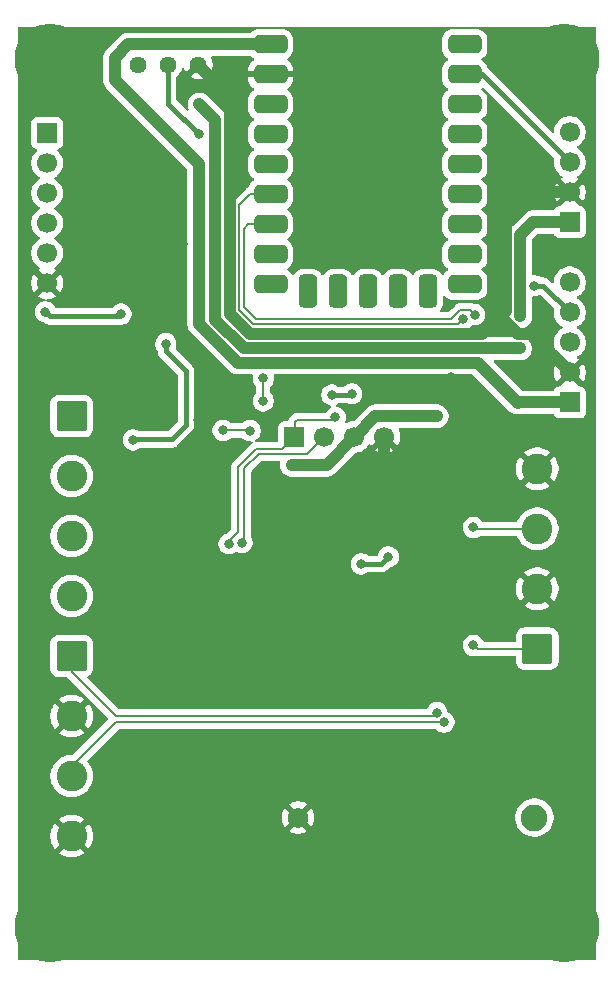
<source format=gbl>
%TF.GenerationSoftware,KiCad,Pcbnew,9.0.2-rc1*%
%TF.CreationDate,2025-05-18T20:42:10-04:00*%
%TF.ProjectId,moonclock,6d6f6f6e-636c-46f6-936b-2e6b69636164,rev?*%
%TF.SameCoordinates,PX7088980PY3920060*%
%TF.FileFunction,Copper,L2,Bot*%
%TF.FilePolarity,Positive*%
%FSLAX46Y46*%
G04 Gerber Fmt 4.6, Leading zero omitted, Abs format (unit mm)*
G04 Created by KiCad (PCBNEW 9.0.2-rc1) date 2025-05-18 20:42:10*
%MOMM*%
%LPD*%
G01*
G04 APERTURE LIST*
G04 Aperture macros list*
%AMRoundRect*
0 Rectangle with rounded corners*
0 $1 Rounding radius*
0 $2 $3 $4 $5 $6 $7 $8 $9 X,Y pos of 4 corners*
0 Add a 4 corners polygon primitive as box body*
4,1,4,$2,$3,$4,$5,$6,$7,$8,$9,$2,$3,0*
0 Add four circle primitives for the rounded corners*
1,1,$1+$1,$2,$3*
1,1,$1+$1,$4,$5*
1,1,$1+$1,$6,$7*
1,1,$1+$1,$8,$9*
0 Add four rect primitives between the rounded corners*
20,1,$1+$1,$2,$3,$4,$5,0*
20,1,$1+$1,$4,$5,$6,$7,0*
20,1,$1+$1,$6,$7,$8,$9,0*
20,1,$1+$1,$8,$9,$2,$3,0*%
G04 Aperture macros list end*
%TA.AperFunction,ComponentPad*%
%ADD10RoundRect,0.250000X-1.050000X1.050000X-1.050000X-1.050000X1.050000X-1.050000X1.050000X1.050000X0*%
%TD*%
%TA.AperFunction,ComponentPad*%
%ADD11C,2.600000*%
%TD*%
%TA.AperFunction,ComponentPad*%
%ADD12RoundRect,0.250000X1.050000X-1.050000X1.050000X1.050000X-1.050000X1.050000X-1.050000X-1.050000X0*%
%TD*%
%TA.AperFunction,ComponentPad*%
%ADD13C,2.250000*%
%TD*%
%TA.AperFunction,ComponentPad*%
%ADD14C,1.755000*%
%TD*%
%TA.AperFunction,ComponentPad*%
%ADD15R,1.700000X1.700000*%
%TD*%
%TA.AperFunction,ComponentPad*%
%ADD16C,1.700000*%
%TD*%
%TA.AperFunction,ComponentPad*%
%ADD17C,1.440000*%
%TD*%
%TA.AperFunction,ComponentPad*%
%ADD18RoundRect,0.400000X-1.000000X-0.400000X1.000000X-0.400000X1.000000X0.400000X-1.000000X0.400000X0*%
%TD*%
%TA.AperFunction,ComponentPad*%
%ADD19RoundRect,0.400050X-0.999950X-0.400050X0.999950X-0.400050X0.999950X0.400050X-0.999950X0.400050X0*%
%TD*%
%TA.AperFunction,ComponentPad*%
%ADD20RoundRect,0.400000X-0.400000X-1.000000X0.400000X-1.000000X0.400000X1.000000X-0.400000X1.000000X0*%
%TD*%
%TA.AperFunction,ComponentPad*%
%ADD21RoundRect,0.393700X-0.393700X-1.006300X0.393700X-1.006300X0.393700X1.006300X-0.393700X1.006300X0*%
%TD*%
%TA.AperFunction,ViaPad*%
%ADD22C,0.800000*%
%TD*%
%TA.AperFunction,ViaPad*%
%ADD23C,6.000000*%
%TD*%
%TA.AperFunction,Conductor*%
%ADD24C,1.000000*%
%TD*%
%TA.AperFunction,Conductor*%
%ADD25C,0.400000*%
%TD*%
%TA.AperFunction,Conductor*%
%ADD26C,0.200000*%
%TD*%
G04 APERTURE END LIST*
D10*
%TO.P,J4,1,Pin_1*%
%TO.N,/M1+*%
X5077500Y-33480000D03*
D11*
%TO.P,J4,2,Pin_2*%
%TO.N,/M1-*%
X5077500Y-38560000D03*
%TO.P,J4,3,Pin_3*%
%TO.N,/M2+*%
X5077500Y-43640000D03*
%TO.P,J4,4,Pin_4*%
%TO.N,/M2-*%
X5077500Y-48720000D03*
%TD*%
D12*
%TO.P,J5,1,Pin_1*%
%TO.N,EXP1*%
X44500000Y-53180000D03*
D11*
%TO.P,J5,2,Pin_2*%
%TO.N,GND*%
X44500000Y-48100000D03*
%TO.P,J5,3,Pin_3*%
%TO.N,EXP2*%
X44500000Y-43020000D03*
%TO.P,J5,4,Pin_4*%
%TO.N,GND*%
X44500000Y-37940000D03*
%TD*%
D13*
%TO.P,BT1,1,+*%
%TO.N,Net-(BT1-+)*%
X44250000Y-67475000D03*
D14*
%TO.P,BT1,2,-*%
%TO.N,GND*%
X24250000Y-67475000D03*
%TD*%
D15*
%TO.P,J6,1,Pin_1*%
%TO.N,I2C1_SCL*%
X23940000Y-35250000D03*
D16*
%TO.P,J6,2,Pin_2*%
%TO.N,I2C1_SDA*%
X26480000Y-35250000D03*
%TO.P,J6,3,Pin_3*%
%TO.N,+3.3V*%
X29020000Y-35250000D03*
%TO.P,J6,4,Pin_4*%
%TO.N,GND*%
X31560000Y-35250000D03*
%TD*%
D17*
%TO.P,R1,1,1*%
%TO.N,+3.3V*%
X10710000Y-3755000D03*
%TO.P,R1,2,2*%
%TO.N,/CAL*%
X13250000Y-3755000D03*
%TO.P,R1,3,3*%
%TO.N,GND*%
X15790000Y-3755000D03*
%TD*%
D15*
%TO.P,J7,1,Pin_1*%
%TO.N,+5V*%
X47250000Y-32330000D03*
D16*
%TO.P,J7,2,Pin_2*%
%TO.N,GND*%
X47250000Y-29790000D03*
%TO.P,J7,3,Pin_3*%
%TO.N,DISP_MOSI*%
X47250000Y-27250000D03*
%TO.P,J7,4,Pin_4*%
%TO.N,DISP_CS*%
X47250000Y-24710000D03*
%TO.P,J7,5,Pin_5*%
%TO.N,DISP_SCK*%
X47250000Y-22170000D03*
%TD*%
D15*
%TO.P,J1,1,Pin_1*%
%TO.N,EXP1*%
X3000000Y-9520000D03*
D16*
%TO.P,J1,2,Pin_2*%
%TO.N,EXP2*%
X3000000Y-12060000D03*
%TO.P,J1,3,Pin_3*%
%TO.N,EXP3*%
X3000000Y-14600000D03*
%TO.P,J1,4,Pin_4*%
%TO.N,EXP4*%
X3000000Y-17140000D03*
%TO.P,J1,5,Pin_5*%
%TO.N,+3.3V*%
X3000000Y-19680000D03*
%TO.P,J1,6,Pin_6*%
%TO.N,GND*%
X3000000Y-22220000D03*
%TD*%
D10*
%TO.P,J3,1,Pin_1*%
%TO.N,LEFT_BUT*%
X5077500Y-53800000D03*
D11*
%TO.P,J3,2,Pin_2*%
%TO.N,GND*%
X5077500Y-58880000D03*
%TO.P,J3,3,Pin_3*%
%TO.N,RIGHT_BUT*%
X5077500Y-63960000D03*
%TO.P,J3,4,Pin_4*%
%TO.N,GND*%
X5077500Y-69040000D03*
%TD*%
D15*
%TO.P,J2,1,Pin_1*%
%TO.N,+3.3V*%
X47250000Y-17060000D03*
D16*
%TO.P,J2,2,Pin_2*%
%TO.N,GND*%
X47250000Y-14520000D03*
%TO.P,J2,3,Pin_3*%
%TO.N,GPS_TX*%
X47250000Y-11980000D03*
%TO.P,J2,4,Pin_4*%
%TO.N,GPS_RX*%
X47250000Y-9440000D03*
%TD*%
D18*
%TO.P,U1,1,GP0*%
%TO.N,GPS_RX*%
X38365000Y-2015000D03*
%TO.P,U1,2,GP1*%
%TO.N,GPS_TX*%
X38365000Y-4555000D03*
%TO.P,U1,3,GP2*%
%TO.N,DISP_SCK*%
X38365000Y-7095000D03*
%TO.P,U1,4,GP3*%
%TO.N,DISP_MOSI*%
X38365000Y-9635000D03*
%TO.P,U1,5,GP4*%
%TO.N,unconnected-(U1-GP4-Pad5)*%
X38365000Y-12175000D03*
D19*
%TO.P,U1,6,GP5*%
%TO.N,DISP_CS*%
X38365000Y-14715000D03*
%TO.P,U1,7,GP6*%
%TO.N,unconnected-(U1-GP6-Pad7)*%
X38365000Y-17255000D03*
%TO.P,U1,8,GP7*%
%TO.N,RIGHT_BUT*%
X38365000Y-19795000D03*
%TO.P,U1,9,GP8*%
%TO.N,LEFT_BUT*%
X38365000Y-22335000D03*
D20*
%TO.P,U1,10,GP9*%
%TO.N,unconnected-(U1-GP9-Pad10)*%
X35225000Y-22935000D03*
D21*
%TO.P,U1,11,GP10*%
%TO.N,I2C1_SDA*%
X32685000Y-22935000D03*
%TO.P,U1,12,GP11*%
%TO.N,I2C1_SCL*%
X30145000Y-22935000D03*
%TO.P,U1,13,GP12*%
%TO.N,unconnected-(U1-GP12-Pad13)*%
X27605000Y-22935000D03*
%TO.P,U1,14,GP13*%
%TO.N,unconnected-(U1-GP13-Pad14)*%
X25065000Y-22935000D03*
D19*
%TO.P,U1,15,GP14*%
%TO.N,EXP4*%
X21925000Y-22335000D03*
%TO.P,U1,16,GP15*%
%TO.N,EXP3*%
X21925000Y-19795000D03*
%TO.P,U1,17,GP26*%
%TO.N,EXP2*%
X21925000Y-17255000D03*
%TO.P,U1,18,GP27*%
%TO.N,EXP1*%
X21925000Y-14715000D03*
%TO.P,U1,19,GP28*%
%TO.N,unconnected-(U1-GP28-Pad19)*%
X21925000Y-12175000D03*
%TO.P,U1,20,GP29*%
%TO.N,/CAL*%
X21925000Y-9635000D03*
%TO.P,U1,21,3V3*%
%TO.N,+3.3V*%
X21925000Y-7095000D03*
%TO.P,U1,22,GND*%
%TO.N,GND*%
X21925000Y-4555000D03*
%TO.P,U1,23,5V*%
%TO.N,+5V*%
X21925000Y-2015000D03*
%TD*%
D22*
%TO.N,GND*%
X7000000Y-1250000D03*
X36800000Y-36400000D03*
X8300000Y-30900000D03*
X12600000Y-13500000D03*
X10900000Y-72100000D03*
X23850000Y-26550000D03*
X27100000Y-51000000D03*
X24100000Y-45500000D03*
X8800000Y-43900000D03*
X14500000Y-18900000D03*
X18450000Y-18900000D03*
X37150000Y-26550000D03*
D23*
X46750000Y-3250000D03*
D22*
X48600000Y-49900000D03*
X24800000Y-76400000D03*
X26400000Y-1900000D03*
X18450000Y-11650000D03*
X27000000Y-56900000D03*
X45800000Y-57700000D03*
X25250000Y-19750000D03*
X29100000Y-32900000D03*
D23*
X3250000Y-3250000D03*
D22*
X47300000Y-64800000D03*
X10900000Y-37000000D03*
X11800000Y-54200000D03*
X14987500Y-28287500D03*
D23*
X46750000Y-76750000D03*
D22*
X9000000Y-40400000D03*
X33000000Y-70900000D03*
X21650000Y-26550000D03*
X47400000Y-19400000D03*
X6500000Y-6000000D03*
X15750000Y-33850000D03*
X8000000Y-34800000D03*
X19300000Y-56200000D03*
X21900000Y-42400000D03*
X42900000Y-73200000D03*
X33750000Y-10750000D03*
X37200000Y-30200000D03*
X17200000Y-39600000D03*
X30900000Y-62400000D03*
X33750000Y-3250000D03*
X36100000Y-46100000D03*
X28750000Y-7750000D03*
X13800000Y-65200000D03*
X7300000Y-10800000D03*
X38500000Y-65300000D03*
D23*
X3250000Y-76750000D03*
D22*
X1500000Y-7250000D03*
X29400000Y-41200000D03*
X34250000Y-17250000D03*
%TO.N,+3.3V*%
X43050000Y-27750000D03*
X17249001Y-17600000D03*
X26450000Y-27750000D03*
X17249001Y-20150999D03*
X36000000Y-27750000D03*
X43051000Y-23250000D03*
X15895000Y-7095000D03*
X36000000Y-33500000D03*
X23700000Y-37600000D03*
%TO.N,DISP_CS*%
X44250000Y-22450000D03*
%TO.N,/M2+*%
X13050000Y-27350000D03*
X10300000Y-35500000D03*
%TO.N,RIGHT_BUT*%
X36600000Y-59400000D03*
%TO.N,LEFT_BUT*%
X36000000Y-58600000D03*
%TO.N,I2C1_SCL*%
X27400000Y-33600000D03*
X18400000Y-44300000D03*
%TO.N,I2C1_SDA*%
X28800000Y-31600000D03*
X19500000Y-44200000D03*
X27100000Y-31700000D03*
%TO.N,Net-(JP2-B)*%
X2850000Y-24650000D03*
X9250000Y-24850000D03*
%TO.N,/CAL*%
X15865000Y-9635000D03*
%TO.N,/M2_DAC*%
X21300000Y-30300000D03*
X20200000Y-34724265D03*
X21300000Y-32200000D03*
X17900000Y-34700000D03*
%TO.N,Net-(BT1-+)*%
X31900000Y-45400000D03*
X29600000Y-46000000D03*
%TO.N,EXP1*%
X38200000Y-25300000D03*
X39100000Y-52900000D03*
%TO.N,EXP2*%
X39200000Y-24900000D03*
X39100000Y-42900000D03*
%TD*%
D24*
%TO.N,GND*%
X47250000Y-29790000D02*
X44009000Y-26549000D01*
X18450000Y-18900000D02*
X18450000Y-24850000D01*
D25*
X14987500Y-28287500D02*
X14500000Y-27800000D01*
X14950000Y-28350000D02*
X14987500Y-28312500D01*
X14500000Y-27800000D02*
X14500000Y-18900000D01*
D24*
X44009000Y-26549000D02*
X42849000Y-26549000D01*
X41350000Y-25050000D02*
X41850000Y-24550000D01*
X18450000Y-11650000D02*
X18450000Y-18900000D01*
X41850000Y-24550000D02*
X41850000Y-15750000D01*
X21900000Y-42400000D02*
X30200000Y-42400000D01*
X39850000Y-26550000D02*
X41350000Y-25050000D01*
X18450000Y-24850000D02*
X20150000Y-26550000D01*
X23850000Y-26550000D02*
X39850000Y-26550000D01*
D25*
X15750000Y-33850000D02*
X15750000Y-29150000D01*
D24*
X43080000Y-14520000D02*
X47250000Y-14520000D01*
X30200000Y-42400000D02*
X31560000Y-41040000D01*
X20150000Y-26550000D02*
X21650000Y-26550000D01*
D25*
X15750000Y-29150000D02*
X14950000Y-28350000D01*
D24*
X42849000Y-26549000D02*
X41350000Y-25050000D01*
X21650000Y-26550000D02*
X23850000Y-26550000D01*
X15790000Y-3755000D02*
X18450000Y-6415000D01*
X31560000Y-41040000D02*
X31560000Y-35250000D01*
X41850000Y-15750000D02*
X43080000Y-14520000D01*
X18450000Y-6415000D02*
X18450000Y-11650000D01*
D25*
X14987500Y-28312500D02*
X14987500Y-28287500D01*
D24*
%TO.N,+3.3V*%
X30800000Y-33500000D02*
X36000000Y-33500000D01*
X29020000Y-35250000D02*
X26670000Y-37600000D01*
X17249001Y-25347471D02*
X17249001Y-20150999D01*
X29050000Y-35250000D02*
X30800000Y-33500000D01*
X17249001Y-17600000D02*
X17249001Y-25347471D01*
X44150000Y-17050000D02*
X44160000Y-17060000D01*
X44160000Y-17060000D02*
X47250000Y-17060000D01*
X26670000Y-37600000D02*
X23700000Y-37600000D01*
X17249000Y-8449000D02*
X17249001Y-17600000D01*
X15895000Y-7095000D02*
X17249000Y-8449000D01*
X36000000Y-27750000D02*
X43050000Y-27750000D01*
X19651530Y-27750000D02*
X26450000Y-27750000D01*
X43051000Y-23250000D02*
X43051000Y-25047470D01*
X17249001Y-25347471D02*
X19651530Y-27750000D01*
X43051000Y-25047470D02*
X43051000Y-18149000D01*
X43051000Y-18149000D02*
X44150000Y-17050000D01*
X26450000Y-27750000D02*
X36000000Y-27750000D01*
X29020000Y-35250000D02*
X29050000Y-35250000D01*
D25*
%TO.N,DISP_CS*%
X44250000Y-22450000D02*
X44990000Y-22450000D01*
X44990000Y-22450000D02*
X47250000Y-24710000D01*
D24*
%TO.N,+5V*%
X19153060Y-28950000D02*
X39450000Y-28950000D01*
X15850000Y-25646940D02*
X19153060Y-28950000D01*
X42870000Y-32330000D02*
X47250000Y-32330000D01*
X8750000Y-3150000D02*
X8750000Y-5050000D01*
X42850000Y-32350000D02*
X42870000Y-32330000D01*
X9885000Y-2015000D02*
X8750000Y-3150000D01*
X22525000Y-2015000D02*
X9885000Y-2015000D01*
X8750000Y-5050000D02*
X15850000Y-12150000D01*
X39450000Y-28950000D02*
X42850000Y-32350000D01*
X15850000Y-12150000D02*
X15850000Y-25646940D01*
D25*
%TO.N,/M2+*%
X14750000Y-29650000D02*
X14750000Y-34250000D01*
X13050000Y-27350000D02*
X13050000Y-27950000D01*
X14750000Y-34250000D02*
X13550000Y-35450000D01*
X10250000Y-35450000D02*
X10300000Y-35500000D01*
X13550000Y-35450000D02*
X10250000Y-35450000D01*
X13050000Y-27950000D02*
X14750000Y-29650000D01*
D26*
%TO.N,RIGHT_BUT*%
X36600000Y-59400000D02*
X8800000Y-59400000D01*
X8800000Y-59400000D02*
X5077500Y-63122500D01*
X5077500Y-63122500D02*
X5077500Y-63960000D01*
%TO.N,LEFT_BUT*%
X35700000Y-58900000D02*
X8800000Y-58900000D01*
X8800000Y-58900000D02*
X5077500Y-55177500D01*
X5077500Y-55177500D02*
X5077500Y-53800000D01*
X36000000Y-58600000D02*
X35700000Y-58900000D01*
%TO.N,I2C1_SCL*%
X24200000Y-33800000D02*
X27200000Y-33800000D01*
X23940000Y-35250000D02*
X24000000Y-35190000D01*
X24000000Y-35190000D02*
X24000000Y-34000000D01*
X18400000Y-44100000D02*
X19200000Y-43300000D01*
X27200000Y-33800000D02*
X27400000Y-33600000D01*
X20700000Y-36300000D02*
X22900000Y-36300000D01*
X19200000Y-37800000D02*
X20700000Y-36300000D01*
X18400000Y-44300000D02*
X18400000Y-44100000D01*
X22900000Y-36300000D02*
X22900000Y-36290000D01*
X19200000Y-43300000D02*
X19200000Y-37800000D01*
X22900000Y-36290000D02*
X23940000Y-35250000D01*
X24000000Y-34000000D02*
X24200000Y-33800000D01*
D25*
%TO.N,I2C1_SDA*%
X28700000Y-31700000D02*
X27100000Y-31700000D01*
D26*
X19700000Y-44000000D02*
X19700000Y-37900000D01*
X20900000Y-36700000D02*
X25030000Y-36700000D01*
X25030000Y-36700000D02*
X26480000Y-35250000D01*
X19700000Y-37900000D02*
X20900000Y-36700000D01*
X19500000Y-44200000D02*
X19700000Y-44000000D01*
D25*
X28800000Y-31600000D02*
X28700000Y-31700000D01*
%TO.N,GPS_TX*%
X39825000Y-4555000D02*
X37765000Y-4555000D01*
X47250000Y-11980000D02*
X39825000Y-4555000D01*
%TO.N,Net-(JP2-B)*%
X9250000Y-24850000D02*
X9050000Y-25050000D01*
X9050000Y-25050000D02*
X3250000Y-25050000D01*
X3250000Y-25050000D02*
X2850000Y-24650000D01*
%TO.N,/CAL*%
X15865000Y-9635000D02*
X13250000Y-7020000D01*
X13250000Y-7020000D02*
X13250000Y-3755000D01*
D26*
%TO.N,/M2_DAC*%
X21300000Y-30300000D02*
X21300000Y-32200000D01*
X19900000Y-34700000D02*
X19924265Y-34724265D01*
X19924265Y-34724265D02*
X20200000Y-34724265D01*
X17900000Y-34700000D02*
X19900000Y-34700000D01*
D25*
%TO.N,Net-(BT1-+)*%
X29600000Y-46000000D02*
X31300000Y-46000000D01*
X31300000Y-46000000D02*
X31900000Y-45400000D01*
D26*
%TO.N,EXP1*%
X19251000Y-24518214D02*
X20432786Y-25700000D01*
X39200000Y-52900000D02*
X39480000Y-53180000D01*
X39480000Y-53180000D02*
X44500000Y-53180000D01*
X22510000Y-14700000D02*
X20200000Y-14700000D01*
X20200000Y-14700000D02*
X19251000Y-15649000D01*
X22525000Y-14715000D02*
X22510000Y-14700000D01*
X39100000Y-52900000D02*
X39200000Y-52900000D01*
X37800000Y-25700000D02*
X38200000Y-25300000D01*
X20432786Y-25700000D02*
X37800000Y-25700000D01*
X19251000Y-15649000D02*
X19251000Y-24518214D01*
%TO.N,EXP2*%
X38800000Y-24500000D02*
X38000000Y-24500000D01*
X39320000Y-43020000D02*
X44500000Y-43020000D01*
X37200000Y-25300000D02*
X20700000Y-25300000D01*
X19652000Y-17648000D02*
X20045000Y-17255000D01*
X38000000Y-24500000D02*
X37200000Y-25300000D01*
X39200000Y-24900000D02*
X38800000Y-24500000D01*
X39100000Y-42900000D02*
X39200000Y-42900000D01*
X39200000Y-42900000D02*
X39320000Y-43020000D01*
X20045000Y-17255000D02*
X22525000Y-17255000D01*
X20700000Y-25300000D02*
X19652000Y-24252000D01*
X19652000Y-24252000D02*
X19652000Y-17648000D01*
%TD*%
%TA.AperFunction,Conductor*%
%TO.N,GND*%
G36*
X20263465Y-3034407D02*
G01*
X20282208Y-3052193D01*
X20284758Y-3055342D01*
X20284763Y-3055346D01*
X20431868Y-3174471D01*
X20431870Y-3174472D01*
X20431874Y-3174475D01*
X20476220Y-3197070D01*
X20519484Y-3240333D01*
X20529056Y-3300765D01*
X20501280Y-3355281D01*
X20476222Y-3373488D01*
X20432146Y-3395946D01*
X20285118Y-3515008D01*
X20285108Y-3515018D01*
X20166047Y-3662045D01*
X20080151Y-3830625D01*
X20031183Y-4013379D01*
X20025000Y-4091958D01*
X20025000Y-4304999D01*
X20025001Y-4305000D01*
X22209314Y-4305000D01*
X22204920Y-4309394D01*
X22152259Y-4400606D01*
X22125000Y-4502339D01*
X22125000Y-4607661D01*
X22152259Y-4709394D01*
X22204920Y-4800606D01*
X22209314Y-4805000D01*
X20025001Y-4805000D01*
X20025000Y-4805001D01*
X20025000Y-5018041D01*
X20031183Y-5096620D01*
X20080151Y-5279374D01*
X20166047Y-5447954D01*
X20285108Y-5594981D01*
X20285118Y-5594991D01*
X20432145Y-5714052D01*
X20476220Y-5736510D01*
X20519485Y-5779775D01*
X20529056Y-5840207D01*
X20501278Y-5894724D01*
X20476220Y-5912930D01*
X20431870Y-5935527D01*
X20431868Y-5935528D01*
X20284763Y-6054653D01*
X20284753Y-6054663D01*
X20165628Y-6201768D01*
X20165627Y-6201770D01*
X20079683Y-6370445D01*
X20030687Y-6553301D01*
X20024500Y-6631931D01*
X20024500Y-7558068D01*
X20030687Y-7636698D01*
X20079665Y-7819488D01*
X20079684Y-7819556D01*
X20165588Y-7988154D01*
X20165627Y-7988229D01*
X20165628Y-7988231D01*
X20274563Y-8122752D01*
X20284758Y-8135342D01*
X20284763Y-8135346D01*
X20431868Y-8254471D01*
X20431877Y-8254477D01*
X20475670Y-8276791D01*
X20518935Y-8320055D01*
X20528506Y-8380487D01*
X20500728Y-8435004D01*
X20475670Y-8453209D01*
X20431877Y-8475522D01*
X20431868Y-8475528D01*
X20284763Y-8594653D01*
X20284753Y-8594663D01*
X20165628Y-8741768D01*
X20165627Y-8741770D01*
X20079683Y-8910445D01*
X20030687Y-9093301D01*
X20024500Y-9171931D01*
X20024500Y-10098068D01*
X20030687Y-10176698D01*
X20079665Y-10359488D01*
X20079684Y-10359556D01*
X20165588Y-10528154D01*
X20165627Y-10528229D01*
X20165628Y-10528231D01*
X20284684Y-10675251D01*
X20284758Y-10675342D01*
X20284763Y-10675346D01*
X20431868Y-10794471D01*
X20431877Y-10794477D01*
X20475670Y-10816791D01*
X20518935Y-10860055D01*
X20528506Y-10920487D01*
X20500728Y-10975004D01*
X20475670Y-10993209D01*
X20431877Y-11015522D01*
X20431868Y-11015528D01*
X20284763Y-11134653D01*
X20284753Y-11134663D01*
X20165628Y-11281768D01*
X20165627Y-11281770D01*
X20079683Y-11450445D01*
X20030687Y-11633301D01*
X20024500Y-11711931D01*
X20024500Y-12638068D01*
X20030687Y-12716698D01*
X20079665Y-12899488D01*
X20079684Y-12899556D01*
X20165588Y-13068154D01*
X20165627Y-13068229D01*
X20165628Y-13068231D01*
X20284521Y-13215049D01*
X20284758Y-13215342D01*
X20284763Y-13215346D01*
X20431868Y-13334471D01*
X20431877Y-13334477D01*
X20475670Y-13356791D01*
X20518935Y-13400055D01*
X20528506Y-13460487D01*
X20500728Y-13515004D01*
X20475670Y-13533209D01*
X20431877Y-13555522D01*
X20431868Y-13555528D01*
X20284763Y-13674653D01*
X20284753Y-13674663D01*
X20165628Y-13821768D01*
X20165627Y-13821770D01*
X20079683Y-13990446D01*
X20079681Y-13990452D01*
X20059803Y-14064636D01*
X20026479Y-14115950D01*
X19989803Y-14134638D01*
X19968216Y-14140422D01*
X19842520Y-14212993D01*
X19831284Y-14219480D01*
X18882286Y-15168478D01*
X18882284Y-15168480D01*
X18882283Y-15168479D01*
X18770479Y-15280284D01*
X18720359Y-15367095D01*
X18691425Y-15417209D01*
X18691423Y-15417213D01*
X18691423Y-15417215D01*
X18650499Y-15569943D01*
X18650499Y-15728057D01*
X18650499Y-15728059D01*
X18650500Y-15736038D01*
X18650500Y-24433077D01*
X18650499Y-24433095D01*
X18650499Y-24439157D01*
X18650499Y-24597271D01*
X18677892Y-24699500D01*
X18691424Y-24750001D01*
X18708928Y-24780318D01*
X18708929Y-24780321D01*
X18726820Y-24811309D01*
X18770480Y-24886930D01*
X18882284Y-24998734D01*
X18882286Y-24998735D01*
X20064070Y-26180520D01*
X20064072Y-26180521D01*
X20200995Y-26259574D01*
X20200996Y-26259574D01*
X20201001Y-26259577D01*
X20353729Y-26300501D01*
X20353731Y-26300501D01*
X20517907Y-26300501D01*
X20517923Y-26300500D01*
X37714864Y-26300500D01*
X37714880Y-26300501D01*
X37720943Y-26300501D01*
X37879055Y-26300501D01*
X37879057Y-26300501D01*
X38031785Y-26259577D01*
X38100514Y-26219896D01*
X38107998Y-26215574D01*
X38111148Y-26213757D01*
X38111207Y-26213744D01*
X38160637Y-26200500D01*
X38288690Y-26200500D01*
X38288691Y-26200500D01*
X38462666Y-26165894D01*
X38626547Y-26098013D01*
X38774035Y-25999464D01*
X38899464Y-25874035D01*
X38930937Y-25826931D01*
X38978983Y-25789054D01*
X39032563Y-25784836D01*
X39111309Y-25800500D01*
X39111310Y-25800500D01*
X39288690Y-25800500D01*
X39288691Y-25800500D01*
X39462666Y-25765894D01*
X39626547Y-25698013D01*
X39774035Y-25599464D01*
X39899464Y-25474035D01*
X39998013Y-25326547D01*
X40065894Y-25162666D01*
X40100500Y-24988691D01*
X40100500Y-24811309D01*
X40065894Y-24637334D01*
X39998014Y-24473455D01*
X39998014Y-24473454D01*
X39899464Y-24325965D01*
X39774034Y-24200535D01*
X39626544Y-24101985D01*
X39462666Y-24034106D01*
X39288693Y-23999500D01*
X39288691Y-23999500D01*
X39160637Y-23999500D01*
X39111141Y-23986238D01*
X39111137Y-23986237D01*
X39063332Y-23958637D01*
X39063331Y-23958636D01*
X39063330Y-23958636D01*
X39031787Y-23940424D01*
X39031786Y-23940423D01*
X39031785Y-23940423D01*
X38879057Y-23899499D01*
X38720943Y-23899499D01*
X38714880Y-23899499D01*
X38714864Y-23899500D01*
X38085136Y-23899500D01*
X38085120Y-23899499D01*
X38079057Y-23899499D01*
X37920943Y-23899499D01*
X37768215Y-23940423D01*
X37768213Y-23940423D01*
X37768209Y-23940425D01*
X37736668Y-23958636D01*
X37631284Y-24019479D01*
X37519479Y-24131283D01*
X37519480Y-24131284D01*
X37519478Y-24131286D01*
X37247091Y-24403674D01*
X36980261Y-24670504D01*
X36925744Y-24698281D01*
X36910257Y-24699500D01*
X36372205Y-24699500D01*
X36314014Y-24680593D01*
X36278050Y-24631093D01*
X36278050Y-24569907D01*
X36295268Y-24538197D01*
X36384379Y-24428154D01*
X36384379Y-24428153D01*
X36384383Y-24428149D01*
X36470320Y-24259488D01*
X36519312Y-24076645D01*
X36525500Y-23998021D01*
X36525499Y-23408843D01*
X36544406Y-23350654D01*
X36593906Y-23314690D01*
X36655092Y-23314690D01*
X36701436Y-23346542D01*
X36724172Y-23374619D01*
X36724758Y-23375342D01*
X36724763Y-23375346D01*
X36871868Y-23494471D01*
X36871870Y-23494472D01*
X36871874Y-23494475D01*
X37040544Y-23580416D01*
X37223397Y-23629412D01*
X37302025Y-23635600D01*
X39427974Y-23635599D01*
X39506603Y-23629412D01*
X39689456Y-23580416D01*
X39858126Y-23494475D01*
X40005242Y-23375342D01*
X40124375Y-23228226D01*
X40210316Y-23059556D01*
X40259312Y-22876703D01*
X40265500Y-22798075D01*
X40265499Y-21871926D01*
X40259312Y-21793297D01*
X40210316Y-21610444D01*
X40124375Y-21441774D01*
X40124372Y-21441770D01*
X40124371Y-21441768D01*
X40005246Y-21294663D01*
X40005242Y-21294658D01*
X40005236Y-21294653D01*
X39858131Y-21175528D01*
X39858129Y-21175527D01*
X39858127Y-21175526D01*
X39858126Y-21175525D01*
X39814327Y-21153208D01*
X39771065Y-21109945D01*
X39761493Y-21049513D01*
X39789270Y-20994997D01*
X39814326Y-20976791D01*
X39858126Y-20954475D01*
X40005242Y-20835342D01*
X40124375Y-20688226D01*
X40210316Y-20519556D01*
X40259312Y-20336703D01*
X40265500Y-20258075D01*
X40265499Y-19331926D01*
X40259312Y-19253297D01*
X40210316Y-19070444D01*
X40124375Y-18901774D01*
X40124372Y-18901770D01*
X40124371Y-18901768D01*
X40005246Y-18754663D01*
X40005242Y-18754658D01*
X40005236Y-18754653D01*
X39858131Y-18635528D01*
X39858129Y-18635527D01*
X39858127Y-18635526D01*
X39858126Y-18635525D01*
X39814327Y-18613208D01*
X39771065Y-18569945D01*
X39761493Y-18509513D01*
X39789270Y-18454997D01*
X39814326Y-18436791D01*
X39858126Y-18414475D01*
X40005242Y-18295342D01*
X40124375Y-18148226D01*
X40210316Y-17979556D01*
X40259312Y-17796703D01*
X40265500Y-17718075D01*
X40265499Y-16791926D01*
X40259312Y-16713297D01*
X40210316Y-16530444D01*
X40124375Y-16361774D01*
X40124372Y-16361770D01*
X40124371Y-16361768D01*
X40005246Y-16214663D01*
X40005242Y-16214658D01*
X39941905Y-16163368D01*
X39858131Y-16095528D01*
X39858129Y-16095527D01*
X39858127Y-16095526D01*
X39858126Y-16095525D01*
X39814327Y-16073208D01*
X39771065Y-16029945D01*
X39761493Y-15969513D01*
X39789270Y-15914997D01*
X39814326Y-15896791D01*
X39858126Y-15874475D01*
X40005242Y-15755342D01*
X40124375Y-15608226D01*
X40210316Y-15439556D01*
X40259312Y-15256703D01*
X40265500Y-15178075D01*
X40265499Y-14251926D01*
X40259312Y-14173297D01*
X40210316Y-13990444D01*
X40124375Y-13821774D01*
X40124372Y-13821770D01*
X40124371Y-13821768D01*
X40005246Y-13674663D01*
X40005242Y-13674658D01*
X40005236Y-13674653D01*
X39858131Y-13555528D01*
X39858125Y-13555524D01*
X39814249Y-13533168D01*
X39770985Y-13489903D01*
X39761414Y-13429471D01*
X39789192Y-13374955D01*
X39814244Y-13356753D01*
X39858149Y-13334383D01*
X40005257Y-13215257D01*
X40124383Y-13068149D01*
X40210320Y-12899488D01*
X40259312Y-12716645D01*
X40265500Y-12638021D01*
X40265499Y-11711980D01*
X40259312Y-11633355D01*
X40210320Y-11450512D01*
X40124383Y-11281851D01*
X40124380Y-11281847D01*
X40124379Y-11281845D01*
X40005261Y-11134748D01*
X40005257Y-11134743D01*
X40003820Y-11133579D01*
X39858154Y-11015620D01*
X39858149Y-11015617D01*
X39857963Y-11015522D01*
X39814171Y-10993209D01*
X39770907Y-10949946D01*
X39761335Y-10889514D01*
X39789112Y-10834997D01*
X39814170Y-10816791D01*
X39858149Y-10794383D01*
X40005257Y-10675257D01*
X40124383Y-10528149D01*
X40210320Y-10359488D01*
X40259312Y-10176645D01*
X40265500Y-10098021D01*
X40265499Y-9171980D01*
X40259312Y-9093355D01*
X40210320Y-8910512D01*
X40124383Y-8741851D01*
X40124380Y-8741847D01*
X40124379Y-8741845D01*
X40005261Y-8594748D01*
X40005257Y-8594743D01*
X40005146Y-8594653D01*
X39858154Y-8475620D01*
X39858149Y-8475617D01*
X39857963Y-8475522D01*
X39814171Y-8453209D01*
X39770907Y-8409946D01*
X39761335Y-8349514D01*
X39789112Y-8294997D01*
X39814170Y-8276791D01*
X39858149Y-8254383D01*
X40005257Y-8135257D01*
X40124383Y-7988149D01*
X40210320Y-7819488D01*
X40259312Y-7636645D01*
X40265500Y-7558021D01*
X40265499Y-6631980D01*
X40259312Y-6553355D01*
X40210320Y-6370512D01*
X40124383Y-6201851D01*
X40124380Y-6201847D01*
X40124379Y-6201845D01*
X40005261Y-6054748D01*
X40005257Y-6054743D01*
X40005146Y-6054653D01*
X39858154Y-5935620D01*
X39858149Y-5935617D01*
X39857968Y-5935525D01*
X39814171Y-5913209D01*
X39804715Y-5903754D01*
X39792525Y-5898257D01*
X39783613Y-5882652D01*
X39770907Y-5869946D01*
X39768814Y-5856738D01*
X39762183Y-5845125D01*
X39764145Y-5827260D01*
X39761335Y-5809514D01*
X39767405Y-5797600D01*
X39768866Y-5784306D01*
X39780275Y-5772339D01*
X39789112Y-5754997D01*
X39810022Y-5739031D01*
X39812070Y-5737860D01*
X39858149Y-5714383D01*
X39870027Y-5704763D01*
X39876995Y-5700785D01*
X39899468Y-5696118D01*
X39920900Y-5687890D01*
X39928846Y-5690018D01*
X39936903Y-5688346D01*
X39957831Y-5697783D01*
X39980002Y-5703722D01*
X39991314Y-5712881D01*
X39992680Y-5713497D01*
X39993200Y-5714407D01*
X39996093Y-5716750D01*
X45898500Y-11619157D01*
X45926277Y-11673674D01*
X45926277Y-11704648D01*
X45899500Y-11873709D01*
X45899500Y-12086290D01*
X45932752Y-12296238D01*
X45998443Y-12498412D01*
X46094948Y-12687815D01*
X46094950Y-12687819D01*
X46219891Y-12859786D01*
X46219893Y-12859788D01*
X46219896Y-12859792D01*
X46370208Y-13010104D01*
X46370211Y-13010106D01*
X46370213Y-13010108D01*
X46542180Y-13135049D01*
X46542189Y-13135054D01*
X46595212Y-13162070D01*
X46638477Y-13205334D01*
X46648049Y-13265766D01*
X46620272Y-13320283D01*
X46595214Y-13338489D01*
X46542451Y-13365373D01*
X46542442Y-13365378D01*
X46488282Y-13404728D01*
X47120591Y-14037037D01*
X47057007Y-14054075D01*
X46942993Y-14119901D01*
X46849901Y-14212993D01*
X46784075Y-14327007D01*
X46767037Y-14390591D01*
X46134728Y-13758282D01*
X46095378Y-13812442D01*
X46095376Y-13812446D01*
X45998904Y-14001784D01*
X45933240Y-14203878D01*
X45900000Y-14413749D01*
X45900000Y-14626250D01*
X45933240Y-14836121D01*
X45998904Y-15038215D01*
X46095376Y-15227553D01*
X46095380Y-15227559D01*
X46134728Y-15281716D01*
X46134729Y-15281716D01*
X46767037Y-14649407D01*
X46784075Y-14712993D01*
X46849901Y-14827007D01*
X46942993Y-14920099D01*
X47057007Y-14985925D01*
X47120589Y-15002962D01*
X46474632Y-15648918D01*
X46471437Y-15662228D01*
X46424911Y-15701964D01*
X46387029Y-15709500D01*
X46352132Y-15709500D01*
X46352129Y-15709500D01*
X46352128Y-15709501D01*
X46344949Y-15710272D01*
X46292519Y-15715908D01*
X46292514Y-15715909D01*
X46157670Y-15766202D01*
X46042458Y-15852450D01*
X46042450Y-15852458D01*
X45956204Y-15967667D01*
X45956203Y-15967669D01*
X45945974Y-15995096D01*
X45907924Y-16043011D01*
X45853216Y-16059500D01*
X44308566Y-16059500D01*
X44289253Y-16057598D01*
X44278753Y-16055509D01*
X44248542Y-16049500D01*
X44248540Y-16049500D01*
X44051460Y-16049500D01*
X44051457Y-16049500D01*
X43858166Y-16087947D01*
X43676086Y-16163367D01*
X43512222Y-16272857D01*
X42413220Y-17371859D01*
X42273864Y-17511214D01*
X42273861Y-17511218D01*
X42164371Y-17675079D01*
X42164365Y-17675091D01*
X42139336Y-17735519D01*
X42139336Y-17735520D01*
X42088950Y-17857161D01*
X42088948Y-17857167D01*
X42082106Y-17891564D01*
X42082074Y-17891724D01*
X42082053Y-17891835D01*
X42050500Y-18050459D01*
X42050500Y-18055077D01*
X42050500Y-25146013D01*
X42088949Y-25339304D01*
X42088949Y-25339306D01*
X42164367Y-25521383D01*
X42210073Y-25589786D01*
X42273861Y-25685252D01*
X42413218Y-25824609D01*
X42577086Y-25934102D01*
X42759165Y-26009521D01*
X42952459Y-26047970D01*
X42952460Y-26047970D01*
X43149540Y-26047970D01*
X43149541Y-26047970D01*
X43342835Y-26009521D01*
X43524914Y-25934102D01*
X43688782Y-25824609D01*
X43828139Y-25685252D01*
X43937632Y-25521384D01*
X44013051Y-25339305D01*
X44051500Y-25146011D01*
X44051500Y-23448914D01*
X44070407Y-23390723D01*
X44119907Y-23354759D01*
X44156445Y-23350799D01*
X44156445Y-23350500D01*
X44159205Y-23350500D01*
X44160211Y-23350391D01*
X44161301Y-23350498D01*
X44161309Y-23350500D01*
X44161317Y-23350500D01*
X44338690Y-23350500D01*
X44338691Y-23350500D01*
X44512666Y-23315894D01*
X44676547Y-23248013D01*
X44681405Y-23244766D01*
X44740287Y-23228153D01*
X44797693Y-23249323D01*
X44806416Y-23257073D01*
X45898500Y-24349157D01*
X45926277Y-24403674D01*
X45926277Y-24434648D01*
X45899500Y-24603709D01*
X45899500Y-24816290D01*
X45932752Y-25026238D01*
X45998443Y-25228412D01*
X46094948Y-25417815D01*
X46094950Y-25417819D01*
X46219891Y-25589786D01*
X46219893Y-25589788D01*
X46219896Y-25589792D01*
X46370208Y-25740104D01*
X46370211Y-25740106D01*
X46370213Y-25740108D01*
X46542180Y-25865049D01*
X46542184Y-25865051D01*
X46594662Y-25891790D01*
X46637927Y-25935055D01*
X46647498Y-25995487D01*
X46619720Y-26050004D01*
X46594662Y-26068210D01*
X46542184Y-26094948D01*
X46542180Y-26094950D01*
X46370213Y-26219891D01*
X46219891Y-26370213D01*
X46094950Y-26542180D01*
X46094948Y-26542184D01*
X45998443Y-26731587D01*
X45932752Y-26933761D01*
X45899500Y-27143709D01*
X45899500Y-27356290D01*
X45932752Y-27566238D01*
X45998443Y-27768412D01*
X46094948Y-27957815D01*
X46094950Y-27957819D01*
X46219891Y-28129786D01*
X46219893Y-28129788D01*
X46219896Y-28129792D01*
X46370208Y-28280104D01*
X46370211Y-28280106D01*
X46370213Y-28280108D01*
X46542180Y-28405049D01*
X46542189Y-28405054D01*
X46595212Y-28432070D01*
X46638477Y-28475334D01*
X46648049Y-28535766D01*
X46620272Y-28590283D01*
X46595214Y-28608489D01*
X46542451Y-28635373D01*
X46542442Y-28635378D01*
X46488282Y-28674728D01*
X47120591Y-29307037D01*
X47057007Y-29324075D01*
X46942993Y-29389901D01*
X46849901Y-29482993D01*
X46784075Y-29597007D01*
X46767037Y-29660591D01*
X46134728Y-29028282D01*
X46095378Y-29082442D01*
X46095376Y-29082446D01*
X45998904Y-29271784D01*
X45933240Y-29473878D01*
X45900000Y-29683749D01*
X45900000Y-29896250D01*
X45933240Y-30106121D01*
X45998904Y-30308215D01*
X46095376Y-30497553D01*
X46095380Y-30497559D01*
X46134728Y-30551716D01*
X46134729Y-30551716D01*
X46767037Y-29919407D01*
X46784075Y-29982993D01*
X46849901Y-30097007D01*
X46942993Y-30190099D01*
X47057007Y-30255925D01*
X47120589Y-30272962D01*
X46474632Y-30918918D01*
X46471437Y-30932228D01*
X46424911Y-30971964D01*
X46387029Y-30979500D01*
X46352132Y-30979500D01*
X46352129Y-30979500D01*
X46352128Y-30979501D01*
X46344949Y-30980272D01*
X46292519Y-30985908D01*
X46292514Y-30985909D01*
X46157670Y-31036202D01*
X46042458Y-31122450D01*
X46042450Y-31122458D01*
X45956204Y-31237667D01*
X45956203Y-31237669D01*
X45945974Y-31265096D01*
X45907924Y-31313011D01*
X45853216Y-31329500D01*
X43285428Y-31329500D01*
X43227237Y-31310593D01*
X43215424Y-31300504D01*
X40834424Y-28919504D01*
X40806647Y-28864987D01*
X40816218Y-28804555D01*
X40859483Y-28761290D01*
X40904428Y-28750500D01*
X43148540Y-28750500D01*
X43148541Y-28750500D01*
X43341835Y-28712051D01*
X43523914Y-28636632D01*
X43687782Y-28527139D01*
X43827139Y-28387782D01*
X43936632Y-28223914D01*
X44012051Y-28041835D01*
X44050500Y-27848541D01*
X44050500Y-27651459D01*
X44012051Y-27458165D01*
X43936632Y-27276086D01*
X43827139Y-27112218D01*
X43687782Y-26972861D01*
X43523914Y-26863368D01*
X43523915Y-26863368D01*
X43523913Y-26863367D01*
X43341835Y-26787949D01*
X43148543Y-26749500D01*
X43148541Y-26749500D01*
X36098541Y-26749500D01*
X26548541Y-26749500D01*
X20106958Y-26749500D01*
X20048767Y-26730593D01*
X20036954Y-26720504D01*
X18278497Y-24962047D01*
X18250720Y-24907530D01*
X18249501Y-24892043D01*
X18249501Y-17481770D01*
X18249500Y-17481764D01*
X18249500Y-8350460D01*
X18249499Y-8350456D01*
X18249311Y-8349513D01*
X18217273Y-8188443D01*
X18211051Y-8157164D01*
X18183023Y-8089500D01*
X18135632Y-7975086D01*
X18026139Y-7811218D01*
X18026134Y-7811213D01*
X18026131Y-7811209D01*
X17884298Y-7669377D01*
X17884297Y-7669377D01*
X17884296Y-7669376D01*
X17211377Y-6996457D01*
X16532781Y-6317861D01*
X16532777Y-6317858D01*
X16532774Y-6317855D01*
X16368926Y-6208375D01*
X16368912Y-6208368D01*
X16186839Y-6132950D01*
X16186833Y-6132948D01*
X15993542Y-6094500D01*
X15993540Y-6094500D01*
X15796460Y-6094500D01*
X15796457Y-6094500D01*
X15603166Y-6132948D01*
X15603160Y-6132950D01*
X15421087Y-6208368D01*
X15421073Y-6208375D01*
X15257225Y-6317855D01*
X15117855Y-6457225D01*
X15008375Y-6621073D01*
X15008368Y-6621087D01*
X14932950Y-6803160D01*
X14932948Y-6803166D01*
X14894500Y-6996457D01*
X14894500Y-7193542D01*
X14932948Y-7386833D01*
X14932950Y-7386839D01*
X14972617Y-7482602D01*
X14977418Y-7543599D01*
X14945449Y-7595768D01*
X14888921Y-7619183D01*
X14829426Y-7604900D01*
X14811149Y-7590492D01*
X13979496Y-6758839D01*
X13951719Y-6704322D01*
X13950500Y-6688835D01*
X13950500Y-4805120D01*
X13954652Y-4792339D01*
X13954031Y-4778917D01*
X13963426Y-4765334D01*
X13969407Y-4746929D01*
X13987665Y-4727806D01*
X13989450Y-4726378D01*
X14045102Y-4685945D01*
X14180945Y-4550102D01*
X14293865Y-4394681D01*
X14381082Y-4223509D01*
X14426108Y-4084931D01*
X14462072Y-4035432D01*
X14520263Y-4016524D01*
X14578453Y-4035431D01*
X14614417Y-4084931D01*
X14614418Y-4084931D01*
X14659382Y-4223317D01*
X14746561Y-4394416D01*
X14767797Y-4423646D01*
X15390000Y-3801444D01*
X15390000Y-3807661D01*
X15417259Y-3909394D01*
X15469920Y-4000606D01*
X15544394Y-4075080D01*
X15635606Y-4127741D01*
X15737339Y-4155000D01*
X15743553Y-4155000D01*
X15121352Y-4777201D01*
X15150577Y-4798435D01*
X15150581Y-4798437D01*
X15321682Y-4885617D01*
X15504320Y-4944960D01*
X15693981Y-4975000D01*
X15886019Y-4975000D01*
X16075679Y-4944960D01*
X16258317Y-4885617D01*
X16429412Y-4798440D01*
X16429420Y-4798435D01*
X16458646Y-4777201D01*
X15836445Y-4155000D01*
X15842661Y-4155000D01*
X15944394Y-4127741D01*
X16035606Y-4075080D01*
X16110080Y-4000606D01*
X16162741Y-3909394D01*
X16190000Y-3807661D01*
X16190000Y-3801445D01*
X16812201Y-4423646D01*
X16833435Y-4394420D01*
X16833440Y-4394412D01*
X16920617Y-4223317D01*
X16979960Y-4040679D01*
X17010000Y-3851019D01*
X17010000Y-3658980D01*
X16979960Y-3469320D01*
X16920617Y-3286682D01*
X16855787Y-3159445D01*
X16846216Y-3099013D01*
X16873993Y-3044496D01*
X16928510Y-3016719D01*
X16943997Y-3015500D01*
X20205274Y-3015500D01*
X20263465Y-3034407D01*
G37*
%TD.AperFunction*%
%TA.AperFunction,Conductor*%
G36*
X49458691Y-519407D02*
G01*
X49494655Y-568907D01*
X49499500Y-599500D01*
X49499500Y-79400500D01*
X49480593Y-79458691D01*
X49431093Y-79494655D01*
X49400500Y-79499500D01*
X599500Y-79499500D01*
X541309Y-79480593D01*
X505345Y-79431093D01*
X500500Y-79400500D01*
X500500Y-68922021D01*
X3277500Y-68922021D01*
X3277500Y-69157978D01*
X3308298Y-69391908D01*
X3308298Y-69391913D01*
X3369367Y-69619824D01*
X3369371Y-69619837D01*
X3459663Y-69837824D01*
X3459665Y-69837829D01*
X3577642Y-70042169D01*
X3640220Y-70123724D01*
X4476457Y-69287486D01*
X4501478Y-69347890D01*
X4572612Y-69454351D01*
X4663149Y-69544888D01*
X4769610Y-69616022D01*
X4830010Y-69641041D01*
X3993774Y-70477278D01*
X3993773Y-70477278D01*
X4075330Y-70539857D01*
X4279670Y-70657834D01*
X4279675Y-70657836D01*
X4497662Y-70748128D01*
X4497675Y-70748132D01*
X4725588Y-70809201D01*
X4959521Y-70839999D01*
X4959523Y-70840000D01*
X5195477Y-70840000D01*
X5195478Y-70839999D01*
X5429408Y-70809201D01*
X5429413Y-70809201D01*
X5657324Y-70748132D01*
X5657337Y-70748128D01*
X5875324Y-70657836D01*
X5875329Y-70657834D01*
X6079665Y-70539860D01*
X6161224Y-70477278D01*
X5324987Y-69641041D01*
X5385390Y-69616022D01*
X5491851Y-69544888D01*
X5582388Y-69454351D01*
X5653522Y-69347890D01*
X5678541Y-69287487D01*
X6514778Y-70123724D01*
X6577360Y-70042165D01*
X6695334Y-69837829D01*
X6695336Y-69837824D01*
X6785628Y-69619837D01*
X6785632Y-69619824D01*
X6846701Y-69391913D01*
X6846701Y-69391908D01*
X6877499Y-69157978D01*
X6877500Y-69157977D01*
X6877500Y-68922023D01*
X6877499Y-68922021D01*
X6846701Y-68688091D01*
X6846701Y-68688086D01*
X6822522Y-68597850D01*
X6785632Y-68460174D01*
X6785628Y-68460162D01*
X6695336Y-68242175D01*
X6695334Y-68242170D01*
X6577357Y-68037830D01*
X6514778Y-67956274D01*
X5678541Y-68792510D01*
X5653522Y-68732110D01*
X5582388Y-68625649D01*
X5491851Y-68535112D01*
X5385390Y-68463978D01*
X5324986Y-68438957D01*
X6161224Y-67602720D01*
X6161225Y-67602720D01*
X6079669Y-67540142D01*
X5920831Y-67448435D01*
X5920828Y-67448435D01*
X5875320Y-67422161D01*
X5741143Y-67366584D01*
X22872500Y-67366584D01*
X22872500Y-67583415D01*
X22906416Y-67797560D01*
X22973420Y-68003777D01*
X23071855Y-68196967D01*
X23071857Y-68196971D01*
X23115039Y-68256405D01*
X23697634Y-67673809D01*
X23704867Y-67700802D01*
X23781883Y-67834198D01*
X23890802Y-67943117D01*
X24024198Y-68020133D01*
X24051187Y-68027364D01*
X23468593Y-68609958D01*
X23468593Y-68609959D01*
X23528026Y-68653140D01*
X23528032Y-68653144D01*
X23721222Y-68751579D01*
X23927439Y-68818583D01*
X24141585Y-68852500D01*
X24358415Y-68852500D01*
X24572560Y-68818583D01*
X24778777Y-68751579D01*
X24971967Y-68653144D01*
X24971972Y-68653140D01*
X25031405Y-68609959D01*
X24448811Y-68027365D01*
X24475802Y-68020133D01*
X24609198Y-67943117D01*
X24718117Y-67834198D01*
X24795133Y-67700802D01*
X24802365Y-67673811D01*
X25384959Y-68256405D01*
X25428140Y-68196972D01*
X25428144Y-68196967D01*
X25526579Y-68003777D01*
X25593583Y-67797560D01*
X25627500Y-67583415D01*
X25627500Y-67366583D01*
X25626246Y-67358666D01*
X25624409Y-67347066D01*
X42624500Y-67347066D01*
X42624500Y-67602933D01*
X42664525Y-67855636D01*
X42743589Y-68098973D01*
X42816551Y-68242170D01*
X42859748Y-68326947D01*
X43010138Y-68533942D01*
X43191058Y-68714862D01*
X43398053Y-68865252D01*
X43626025Y-68981410D01*
X43869361Y-69060474D01*
X43970444Y-69076484D01*
X44122067Y-69100500D01*
X44122070Y-69100500D01*
X44377933Y-69100500D01*
X44504284Y-69080487D01*
X44630639Y-69060474D01*
X44873975Y-68981410D01*
X45101947Y-68865252D01*
X45308942Y-68714862D01*
X45489862Y-68533942D01*
X45640252Y-68326947D01*
X45756410Y-68098975D01*
X45835474Y-67855639D01*
X45875500Y-67602930D01*
X45875500Y-67347070D01*
X45875500Y-67347066D01*
X45835474Y-67094363D01*
X45835474Y-67094361D01*
X45756410Y-66851025D01*
X45640252Y-66623053D01*
X45489862Y-66416058D01*
X45308942Y-66235138D01*
X45101947Y-66084748D01*
X45101946Y-66084747D01*
X45101944Y-66084746D01*
X44873973Y-65968589D01*
X44630636Y-65889525D01*
X44377933Y-65849500D01*
X44377930Y-65849500D01*
X44122070Y-65849500D01*
X44122067Y-65849500D01*
X43869363Y-65889525D01*
X43626026Y-65968589D01*
X43398055Y-66084746D01*
X43294555Y-66159943D01*
X43191058Y-66235138D01*
X43010138Y-66416058D01*
X42934943Y-66519555D01*
X42859746Y-66623055D01*
X42743589Y-66851026D01*
X42664525Y-67094363D01*
X42624500Y-67347066D01*
X25624409Y-67347066D01*
X25593583Y-67152439D01*
X25526579Y-66946222D01*
X25428144Y-66753032D01*
X25428140Y-66753026D01*
X25384959Y-66693593D01*
X25384958Y-66693593D01*
X24802364Y-67276187D01*
X24795133Y-67249198D01*
X24718117Y-67115802D01*
X24609198Y-67006883D01*
X24475802Y-66929867D01*
X24448809Y-66922634D01*
X25031405Y-66340039D01*
X24971971Y-66296857D01*
X24971967Y-66296855D01*
X24778777Y-66198420D01*
X24572560Y-66131416D01*
X24358415Y-66097500D01*
X24141585Y-66097500D01*
X23927439Y-66131416D01*
X23721222Y-66198420D01*
X23528038Y-66296852D01*
X23468594Y-66340040D01*
X24051188Y-66922634D01*
X24024198Y-66929867D01*
X23890802Y-67006883D01*
X23781883Y-67115802D01*
X23704867Y-67249198D01*
X23697634Y-67276188D01*
X23115040Y-66693594D01*
X23071852Y-66753038D01*
X22973420Y-66946222D01*
X22906416Y-67152439D01*
X22872500Y-67366584D01*
X5741143Y-67366584D01*
X5657337Y-67331871D01*
X5657324Y-67331867D01*
X5429411Y-67270798D01*
X5195478Y-67240000D01*
X4959521Y-67240000D01*
X4725591Y-67270798D01*
X4725586Y-67270798D01*
X4497675Y-67331867D01*
X4497662Y-67331871D01*
X4279675Y-67422163D01*
X4279670Y-67422165D01*
X4075331Y-67540141D01*
X3993774Y-67602720D01*
X4830012Y-68438958D01*
X4769610Y-68463978D01*
X4663149Y-68535112D01*
X4572612Y-68625649D01*
X4501478Y-68732110D01*
X4476458Y-68792512D01*
X3640220Y-67956274D01*
X3577641Y-68037831D01*
X3459665Y-68242170D01*
X3459663Y-68242175D01*
X3369371Y-68460162D01*
X3369367Y-68460175D01*
X3308298Y-68688086D01*
X3308298Y-68688091D01*
X3277500Y-68922021D01*
X500500Y-68922021D01*
X500500Y-58762021D01*
X3277500Y-58762021D01*
X3277500Y-58997978D01*
X3308298Y-59231908D01*
X3308298Y-59231913D01*
X3369367Y-59459824D01*
X3369371Y-59459837D01*
X3459663Y-59677824D01*
X3459665Y-59677829D01*
X3577642Y-59882169D01*
X3640220Y-59963724D01*
X4476457Y-59127486D01*
X4501478Y-59187890D01*
X4572612Y-59294351D01*
X4663149Y-59384888D01*
X4769610Y-59456022D01*
X4830010Y-59481041D01*
X3993774Y-60317278D01*
X3993773Y-60317278D01*
X4075330Y-60379857D01*
X4279670Y-60497834D01*
X4279675Y-60497836D01*
X4497662Y-60588128D01*
X4497675Y-60588132D01*
X4725588Y-60649201D01*
X4959521Y-60679999D01*
X4959523Y-60680000D01*
X5195477Y-60680000D01*
X5195478Y-60679999D01*
X5429408Y-60649201D01*
X5429413Y-60649201D01*
X5657324Y-60588132D01*
X5657337Y-60588128D01*
X5875324Y-60497836D01*
X5875329Y-60497834D01*
X6079665Y-60379860D01*
X6161224Y-60317278D01*
X5324987Y-59481041D01*
X5385390Y-59456022D01*
X5491851Y-59384888D01*
X5582388Y-59294351D01*
X5653522Y-59187890D01*
X5678541Y-59127487D01*
X6514778Y-59963724D01*
X6577360Y-59882165D01*
X6695334Y-59677829D01*
X6695336Y-59677824D01*
X6785628Y-59459837D01*
X6785632Y-59459824D01*
X6846701Y-59231913D01*
X6846701Y-59231908D01*
X6877499Y-58997978D01*
X6877500Y-58997977D01*
X6877500Y-58762023D01*
X6877499Y-58762021D01*
X6846701Y-58528091D01*
X6846701Y-58528086D01*
X6785632Y-58300175D01*
X6785628Y-58300162D01*
X6695336Y-58082175D01*
X6695334Y-58082170D01*
X6577357Y-57877830D01*
X6514778Y-57796274D01*
X5678541Y-58632510D01*
X5653522Y-58572110D01*
X5582388Y-58465649D01*
X5491851Y-58375112D01*
X5385390Y-58303978D01*
X5324986Y-58278957D01*
X6161224Y-57442720D01*
X6161225Y-57442720D01*
X6079669Y-57380142D01*
X5875329Y-57262165D01*
X5875324Y-57262163D01*
X5657337Y-57171871D01*
X5657324Y-57171867D01*
X5429411Y-57110798D01*
X5195478Y-57080000D01*
X4959521Y-57080000D01*
X4725591Y-57110798D01*
X4725586Y-57110798D01*
X4497675Y-57171867D01*
X4497662Y-57171871D01*
X4279675Y-57262163D01*
X4279670Y-57262165D01*
X4075331Y-57380141D01*
X3993774Y-57442720D01*
X4830012Y-58278958D01*
X4769610Y-58303978D01*
X4663149Y-58375112D01*
X4572612Y-58465649D01*
X4501478Y-58572110D01*
X4476458Y-58632512D01*
X3640220Y-57796274D01*
X3577641Y-57877831D01*
X3459665Y-58082170D01*
X3459663Y-58082175D01*
X3369371Y-58300162D01*
X3369367Y-58300175D01*
X3308298Y-58528086D01*
X3308298Y-58528091D01*
X3277500Y-58762021D01*
X500500Y-58762021D01*
X500500Y-52699983D01*
X3277000Y-52699983D01*
X3277000Y-54900016D01*
X3287499Y-55002788D01*
X3287502Y-55002800D01*
X3342687Y-55169336D01*
X3434785Y-55318652D01*
X3434786Y-55318653D01*
X3434788Y-55318656D01*
X3558844Y-55442712D01*
X3708166Y-55534814D01*
X3874703Y-55589999D01*
X3977491Y-55600500D01*
X4610255Y-55600499D01*
X4617852Y-55602967D01*
X4625740Y-55601718D01*
X4646393Y-55612240D01*
X4668446Y-55619406D01*
X4680257Y-55629494D01*
X4708784Y-55658020D01*
X4708786Y-55658021D01*
X8130761Y-59079996D01*
X8158538Y-59134513D01*
X8148967Y-59194945D01*
X8130761Y-59220004D01*
X5220261Y-62130504D01*
X5165744Y-62158281D01*
X5150257Y-62159500D01*
X4959487Y-62159500D01*
X4725493Y-62190306D01*
X4725488Y-62190306D01*
X4497507Y-62251393D01*
X4279455Y-62341713D01*
X4075046Y-62459729D01*
X3887807Y-62603402D01*
X3720902Y-62770307D01*
X3577229Y-62957546D01*
X3459213Y-63161955D01*
X3368893Y-63380007D01*
X3307806Y-63607988D01*
X3307806Y-63607993D01*
X3277000Y-63841987D01*
X3277000Y-64078012D01*
X3307806Y-64312006D01*
X3307806Y-64312011D01*
X3368893Y-64539992D01*
X3459213Y-64758044D01*
X3577229Y-64962453D01*
X3720902Y-65149692D01*
X3720904Y-65149694D01*
X3720908Y-65149699D01*
X3887801Y-65316592D01*
X3887805Y-65316595D01*
X3887807Y-65316597D01*
X4075046Y-65460270D01*
X4075050Y-65460273D01*
X4279451Y-65578284D01*
X4279452Y-65578284D01*
X4279455Y-65578286D01*
X4497507Y-65668606D01*
X4725486Y-65729693D01*
X4959489Y-65760500D01*
X4959490Y-65760500D01*
X5195510Y-65760500D01*
X5195511Y-65760500D01*
X5429514Y-65729693D01*
X5657493Y-65668606D01*
X5875549Y-65578284D01*
X6079950Y-65460273D01*
X6267199Y-65316592D01*
X6434092Y-65149699D01*
X6577773Y-64962450D01*
X6695784Y-64758049D01*
X6786106Y-64539993D01*
X6847193Y-64312014D01*
X6878000Y-64078011D01*
X6878000Y-63841989D01*
X6847193Y-63607986D01*
X6786106Y-63380007D01*
X6695784Y-63161951D01*
X6577773Y-62957550D01*
X6434092Y-62770301D01*
X6426514Y-62762723D01*
X6398739Y-62708209D01*
X6408310Y-62647777D01*
X6426513Y-62622721D01*
X9019739Y-60029496D01*
X9074256Y-60001719D01*
X9089743Y-60000500D01*
X35885993Y-60000500D01*
X35944184Y-60019407D01*
X35955997Y-60029496D01*
X36025965Y-60099464D01*
X36173453Y-60198013D01*
X36337334Y-60265894D01*
X36511309Y-60300500D01*
X36511310Y-60300500D01*
X36688690Y-60300500D01*
X36688691Y-60300500D01*
X36862666Y-60265894D01*
X37026547Y-60198013D01*
X37174035Y-60099464D01*
X37299464Y-59974035D01*
X37398013Y-59826547D01*
X37465894Y-59662666D01*
X37500500Y-59488691D01*
X37500500Y-59311309D01*
X37465894Y-59137334D01*
X37431953Y-59055393D01*
X37398014Y-58973455D01*
X37398014Y-58973454D01*
X37299464Y-58825965D01*
X37174034Y-58700535D01*
X37026544Y-58601985D01*
X36957728Y-58573481D01*
X36911202Y-58533745D01*
X36898515Y-58501331D01*
X36865894Y-58337334D01*
X36798014Y-58173455D01*
X36798014Y-58173454D01*
X36699464Y-58025965D01*
X36574034Y-57900535D01*
X36426544Y-57801985D01*
X36262666Y-57734106D01*
X36088693Y-57699500D01*
X36088691Y-57699500D01*
X35911309Y-57699500D01*
X35911306Y-57699500D01*
X35737334Y-57734106D01*
X35737332Y-57734106D01*
X35573455Y-57801985D01*
X35573454Y-57801985D01*
X35425965Y-57900535D01*
X35300535Y-58025965D01*
X35201985Y-58173454D01*
X35201985Y-58173455D01*
X35175091Y-58238385D01*
X35135355Y-58284911D01*
X35083627Y-58299500D01*
X9089743Y-58299500D01*
X9031552Y-58280593D01*
X9019739Y-58270504D01*
X6434685Y-55685450D01*
X6406908Y-55630933D01*
X6416479Y-55570501D01*
X6452716Y-55531185D01*
X6596156Y-55442712D01*
X6720212Y-55318656D01*
X6812314Y-55169334D01*
X6867499Y-55002797D01*
X6878000Y-54900009D01*
X6877999Y-52811306D01*
X38199500Y-52811306D01*
X38199500Y-52988693D01*
X38234106Y-53162665D01*
X38234106Y-53162667D01*
X38301985Y-53326544D01*
X38301985Y-53326545D01*
X38400535Y-53474034D01*
X38400536Y-53474035D01*
X38525965Y-53599464D01*
X38673453Y-53698013D01*
X38837334Y-53765894D01*
X39011309Y-53800500D01*
X39011310Y-53800500D01*
X39188690Y-53800500D01*
X39188691Y-53800500D01*
X39330709Y-53772250D01*
X39375644Y-53773721D01*
X39400943Y-53780501D01*
X39400944Y-53780501D01*
X39565121Y-53780501D01*
X39565137Y-53780500D01*
X42600501Y-53780500D01*
X42658692Y-53799407D01*
X42694656Y-53848907D01*
X42699501Y-53879500D01*
X42699501Y-54280016D01*
X42709999Y-54382788D01*
X42710002Y-54382800D01*
X42765187Y-54549336D01*
X42857285Y-54698652D01*
X42857286Y-54698653D01*
X42857288Y-54698656D01*
X42981344Y-54822712D01*
X43130666Y-54914814D01*
X43297203Y-54969999D01*
X43399991Y-54980500D01*
X45600008Y-54980499D01*
X45600016Y-54980499D01*
X45702788Y-54970000D01*
X45702788Y-54969999D01*
X45702797Y-54969999D01*
X45869334Y-54914814D01*
X46018656Y-54822712D01*
X46142712Y-54698656D01*
X46234814Y-54549334D01*
X46289999Y-54382797D01*
X46300500Y-54280009D01*
X46300499Y-52079992D01*
X46300499Y-52079991D01*
X46300499Y-52079983D01*
X46290000Y-51977211D01*
X46289999Y-51977209D01*
X46289999Y-51977203D01*
X46234814Y-51810666D01*
X46142712Y-51661344D01*
X46018656Y-51537288D01*
X46018653Y-51537286D01*
X46018652Y-51537285D01*
X45869336Y-51445187D01*
X45869335Y-51445186D01*
X45869334Y-51445186D01*
X45702797Y-51390001D01*
X45702794Y-51390000D01*
X45600016Y-51379500D01*
X43399983Y-51379500D01*
X43297211Y-51389999D01*
X43297199Y-51390002D01*
X43130663Y-51445187D01*
X42981347Y-51537285D01*
X42857285Y-51661347D01*
X42765187Y-51810663D01*
X42710000Y-51977205D01*
X42699500Y-52079983D01*
X42699500Y-52480500D01*
X42680593Y-52538691D01*
X42631093Y-52574655D01*
X42600500Y-52579500D01*
X40008089Y-52579500D01*
X39949898Y-52560593D01*
X39916625Y-52518386D01*
X39898013Y-52473453D01*
X39799464Y-52325965D01*
X39674034Y-52200535D01*
X39526544Y-52101985D01*
X39362666Y-52034106D01*
X39188693Y-51999500D01*
X39188691Y-51999500D01*
X39011309Y-51999500D01*
X39011306Y-51999500D01*
X38837334Y-52034106D01*
X38837332Y-52034106D01*
X38673455Y-52101985D01*
X38673454Y-52101985D01*
X38525965Y-52200535D01*
X38400535Y-52325965D01*
X38301985Y-52473454D01*
X38301985Y-52473455D01*
X38234106Y-52637332D01*
X38234106Y-52637334D01*
X38199500Y-52811306D01*
X6877999Y-52811306D01*
X6877999Y-52699992D01*
X6877999Y-52699991D01*
X6877999Y-52699983D01*
X6867500Y-52597211D01*
X6867499Y-52597209D01*
X6867499Y-52597203D01*
X6812314Y-52430666D01*
X6720212Y-52281344D01*
X6596156Y-52157288D01*
X6596153Y-52157286D01*
X6596152Y-52157285D01*
X6446836Y-52065187D01*
X6446835Y-52065186D01*
X6446834Y-52065186D01*
X6280297Y-52010001D01*
X6280294Y-52010000D01*
X6177516Y-51999500D01*
X3977483Y-51999500D01*
X3874711Y-52009999D01*
X3874699Y-52010002D01*
X3708163Y-52065187D01*
X3558847Y-52157285D01*
X3434785Y-52281347D01*
X3342687Y-52430663D01*
X3287500Y-52597205D01*
X3277000Y-52699983D01*
X500500Y-52699983D01*
X500500Y-48601987D01*
X3277000Y-48601987D01*
X3277000Y-48838012D01*
X3307806Y-49072006D01*
X3307806Y-49072011D01*
X3368893Y-49299992D01*
X3459213Y-49518044D01*
X3577229Y-49722453D01*
X3720902Y-49909692D01*
X3720904Y-49909694D01*
X3720908Y-49909699D01*
X3887801Y-50076592D01*
X3887805Y-50076595D01*
X3887807Y-50076597D01*
X4075046Y-50220270D01*
X4075050Y-50220273D01*
X4279451Y-50338284D01*
X4279452Y-50338284D01*
X4279455Y-50338286D01*
X4497507Y-50428606D01*
X4725486Y-50489693D01*
X4959489Y-50520500D01*
X4959490Y-50520500D01*
X5195510Y-50520500D01*
X5195511Y-50520500D01*
X5429514Y-50489693D01*
X5657493Y-50428606D01*
X5875549Y-50338284D01*
X6079950Y-50220273D01*
X6267199Y-50076592D01*
X6434092Y-49909699D01*
X6577773Y-49722450D01*
X6695784Y-49518049D01*
X6786106Y-49299993D01*
X6847193Y-49072014D01*
X6878000Y-48838011D01*
X6878000Y-48601989D01*
X6847193Y-48367986D01*
X6786106Y-48140007D01*
X6720666Y-47982021D01*
X42700000Y-47982021D01*
X42700000Y-48217978D01*
X42730798Y-48451908D01*
X42730798Y-48451913D01*
X42791867Y-48679824D01*
X42791871Y-48679837D01*
X42882163Y-48897824D01*
X42882165Y-48897829D01*
X43000142Y-49102169D01*
X43062720Y-49183724D01*
X43898957Y-48347486D01*
X43923978Y-48407890D01*
X43995112Y-48514351D01*
X44085649Y-48604888D01*
X44192110Y-48676022D01*
X44252510Y-48701041D01*
X43416274Y-49537278D01*
X43416273Y-49537278D01*
X43497830Y-49599857D01*
X43702170Y-49717834D01*
X43702175Y-49717836D01*
X43920162Y-49808128D01*
X43920175Y-49808132D01*
X44148088Y-49869201D01*
X44382021Y-49899999D01*
X44382023Y-49900000D01*
X44617977Y-49900000D01*
X44617978Y-49899999D01*
X44851908Y-49869201D01*
X44851913Y-49869201D01*
X45079824Y-49808132D01*
X45079837Y-49808128D01*
X45297824Y-49717836D01*
X45297829Y-49717834D01*
X45502165Y-49599860D01*
X45583724Y-49537278D01*
X44747487Y-48701041D01*
X44807890Y-48676022D01*
X44914351Y-48604888D01*
X45004888Y-48514351D01*
X45076022Y-48407890D01*
X45101041Y-48347487D01*
X45937278Y-49183724D01*
X45999860Y-49102165D01*
X46117834Y-48897829D01*
X46117836Y-48897824D01*
X46208128Y-48679837D01*
X46208132Y-48679824D01*
X46269201Y-48451913D01*
X46269201Y-48451908D01*
X46299999Y-48217978D01*
X46300000Y-48217977D01*
X46300000Y-47982023D01*
X46299999Y-47982021D01*
X46269201Y-47748091D01*
X46269201Y-47748086D01*
X46208132Y-47520175D01*
X46208128Y-47520162D01*
X46117836Y-47302175D01*
X46117834Y-47302170D01*
X45999857Y-47097830D01*
X45937278Y-47016274D01*
X45101041Y-47852510D01*
X45076022Y-47792110D01*
X45004888Y-47685649D01*
X44914351Y-47595112D01*
X44807890Y-47523978D01*
X44747486Y-47498957D01*
X45583724Y-46662720D01*
X45583725Y-46662720D01*
X45502169Y-46600142D01*
X45297829Y-46482165D01*
X45297824Y-46482163D01*
X45079837Y-46391871D01*
X45079824Y-46391867D01*
X44851911Y-46330798D01*
X44617978Y-46300000D01*
X44382021Y-46300000D01*
X44148091Y-46330798D01*
X44148086Y-46330798D01*
X43920175Y-46391867D01*
X43920162Y-46391871D01*
X43702175Y-46482163D01*
X43702170Y-46482165D01*
X43497831Y-46600141D01*
X43416274Y-46662720D01*
X44252512Y-47498958D01*
X44192110Y-47523978D01*
X44085649Y-47595112D01*
X43995112Y-47685649D01*
X43923978Y-47792110D01*
X43898958Y-47852512D01*
X43062720Y-47016274D01*
X43000141Y-47097831D01*
X42882165Y-47302170D01*
X42882163Y-47302175D01*
X42791871Y-47520162D01*
X42791867Y-47520175D01*
X42730798Y-47748086D01*
X42730798Y-47748091D01*
X42700000Y-47982021D01*
X6720666Y-47982021D01*
X6695784Y-47921951D01*
X6577773Y-47717550D01*
X6434092Y-47530301D01*
X6267199Y-47363408D01*
X6267194Y-47363404D01*
X6267192Y-47363402D01*
X6079953Y-47219729D01*
X5875544Y-47101713D01*
X5657492Y-47011393D01*
X5501777Y-46969670D01*
X5429514Y-46950307D01*
X5429511Y-46950306D01*
X5429509Y-46950306D01*
X5195512Y-46919500D01*
X5195511Y-46919500D01*
X4959489Y-46919500D01*
X4959487Y-46919500D01*
X4725493Y-46950306D01*
X4725488Y-46950306D01*
X4497507Y-47011393D01*
X4279455Y-47101713D01*
X4075046Y-47219729D01*
X3887807Y-47363402D01*
X3720902Y-47530307D01*
X3577229Y-47717546D01*
X3459213Y-47921955D01*
X3368893Y-48140007D01*
X3307806Y-48367988D01*
X3307806Y-48367993D01*
X3277000Y-48601987D01*
X500500Y-48601987D01*
X500500Y-45911306D01*
X28699500Y-45911306D01*
X28699500Y-46088693D01*
X28734106Y-46262665D01*
X28734106Y-46262667D01*
X28801985Y-46426544D01*
X28801985Y-46426545D01*
X28880540Y-46544109D01*
X28900536Y-46574035D01*
X29025965Y-46699464D01*
X29173453Y-46798013D01*
X29173454Y-46798013D01*
X29173455Y-46798014D01*
X29210581Y-46813391D01*
X29337334Y-46865894D01*
X29511309Y-46900500D01*
X29511310Y-46900500D01*
X29688690Y-46900500D01*
X29688691Y-46900500D01*
X29862666Y-46865894D01*
X30026547Y-46798013D01*
X30026549Y-46798011D01*
X30026554Y-46798009D01*
X30147514Y-46717185D01*
X30202516Y-46700500D01*
X31368993Y-46700500D01*
X31368994Y-46700500D01*
X31504328Y-46673580D01*
X31584716Y-46640282D01*
X31631807Y-46620777D01*
X31631808Y-46620776D01*
X31631811Y-46620775D01*
X31746543Y-46544114D01*
X31969286Y-46321369D01*
X32019973Y-46294276D01*
X32162666Y-46265894D01*
X32326547Y-46198013D01*
X32474035Y-46099464D01*
X32599464Y-45974035D01*
X32698013Y-45826547D01*
X32765894Y-45662666D01*
X32800500Y-45488691D01*
X32800500Y-45311309D01*
X32765894Y-45137334D01*
X32708187Y-44998015D01*
X32698014Y-44973455D01*
X32698014Y-44973454D01*
X32599464Y-44825965D01*
X32474034Y-44700535D01*
X32326544Y-44601985D01*
X32162666Y-44534106D01*
X31988693Y-44499500D01*
X31988691Y-44499500D01*
X31811309Y-44499500D01*
X31811306Y-44499500D01*
X31637334Y-44534106D01*
X31637332Y-44534106D01*
X31473455Y-44601985D01*
X31473454Y-44601985D01*
X31325965Y-44700535D01*
X31200535Y-44825965D01*
X31101985Y-44973454D01*
X31101985Y-44973455D01*
X31034106Y-45137332D01*
X31034106Y-45137334D01*
X31021247Y-45201984D01*
X31017700Y-45219814D01*
X30987803Y-45273198D01*
X30932238Y-45298814D01*
X30920602Y-45299500D01*
X30202516Y-45299500D01*
X30147514Y-45282815D01*
X30026554Y-45201990D01*
X30026542Y-45201984D01*
X29862666Y-45134106D01*
X29688693Y-45099500D01*
X29688691Y-45099500D01*
X29511309Y-45099500D01*
X29511306Y-45099500D01*
X29337334Y-45134106D01*
X29337332Y-45134106D01*
X29173455Y-45201985D01*
X29173454Y-45201985D01*
X29025965Y-45300535D01*
X28900535Y-45425965D01*
X28801985Y-45573454D01*
X28801985Y-45573455D01*
X28734106Y-45737332D01*
X28734106Y-45737334D01*
X28699500Y-45911306D01*
X500500Y-45911306D01*
X500500Y-43521987D01*
X3277000Y-43521987D01*
X3277000Y-43758012D01*
X3307806Y-43992006D01*
X3307806Y-43992011D01*
X3368893Y-44219992D01*
X3459213Y-44438044D01*
X3459216Y-44438049D01*
X3568045Y-44626547D01*
X3577229Y-44642453D01*
X3720902Y-44829692D01*
X3720904Y-44829694D01*
X3720908Y-44829699D01*
X3887801Y-44996592D01*
X3887805Y-44996595D01*
X3887807Y-44996597D01*
X4023215Y-45100499D01*
X4075050Y-45140273D01*
X4279451Y-45258284D01*
X4279452Y-45258284D01*
X4279455Y-45258286D01*
X4497507Y-45348606D01*
X4725486Y-45409693D01*
X4959489Y-45440500D01*
X4959490Y-45440500D01*
X5195510Y-45440500D01*
X5195511Y-45440500D01*
X5429514Y-45409693D01*
X5657493Y-45348606D01*
X5875549Y-45258284D01*
X6079950Y-45140273D01*
X6267199Y-44996592D01*
X6434092Y-44829699D01*
X6577773Y-44642450D01*
X6695784Y-44438049D01*
X6786106Y-44219993D01*
X6847193Y-43992014D01*
X6878000Y-43758011D01*
X6878000Y-43521989D01*
X6847193Y-43287986D01*
X6786106Y-43060007D01*
X6695784Y-42841951D01*
X6577773Y-42637550D01*
X6434092Y-42450301D01*
X6267199Y-42283408D01*
X6267194Y-42283404D01*
X6267192Y-42283402D01*
X6079953Y-42139729D01*
X5875544Y-42021713D01*
X5657492Y-41931393D01*
X5501777Y-41889670D01*
X5429514Y-41870307D01*
X5429511Y-41870306D01*
X5429509Y-41870306D01*
X5195512Y-41839500D01*
X5195511Y-41839500D01*
X4959489Y-41839500D01*
X4959487Y-41839500D01*
X4725493Y-41870306D01*
X4725488Y-41870306D01*
X4497507Y-41931393D01*
X4279455Y-42021713D01*
X4075046Y-42139729D01*
X3887807Y-42283402D01*
X3720902Y-42450307D01*
X3577229Y-42637546D01*
X3459213Y-42841955D01*
X3368893Y-43060007D01*
X3307806Y-43287988D01*
X3307806Y-43287993D01*
X3277000Y-43521987D01*
X500500Y-43521987D01*
X500500Y-38441987D01*
X3277000Y-38441987D01*
X3277000Y-38678012D01*
X3307806Y-38912006D01*
X3307806Y-38912011D01*
X3368893Y-39139992D01*
X3459213Y-39358044D01*
X3577229Y-39562453D01*
X3720902Y-39749692D01*
X3720904Y-39749694D01*
X3720908Y-39749699D01*
X3887801Y-39916592D01*
X3887805Y-39916595D01*
X3887807Y-39916597D01*
X4075046Y-40060270D01*
X4075050Y-40060273D01*
X4279451Y-40178284D01*
X4279452Y-40178284D01*
X4279455Y-40178286D01*
X4497507Y-40268606D01*
X4725486Y-40329693D01*
X4959489Y-40360500D01*
X4959490Y-40360500D01*
X5195510Y-40360500D01*
X5195511Y-40360500D01*
X5429514Y-40329693D01*
X5657493Y-40268606D01*
X5875549Y-40178284D01*
X6079950Y-40060273D01*
X6267199Y-39916592D01*
X6434092Y-39749699D01*
X6577773Y-39562450D01*
X6695784Y-39358049D01*
X6786106Y-39139993D01*
X6847193Y-38912014D01*
X6878000Y-38678011D01*
X6878000Y-38441989D01*
X6847193Y-38207986D01*
X6786106Y-37980007D01*
X6749584Y-37891835D01*
X6695786Y-37761955D01*
X6620820Y-37632110D01*
X6577773Y-37557550D01*
X6480886Y-37431284D01*
X6434097Y-37370307D01*
X6434095Y-37370305D01*
X6434092Y-37370301D01*
X6267199Y-37203408D01*
X6267194Y-37203404D01*
X6267192Y-37203402D01*
X6079953Y-37059729D01*
X5875544Y-36941713D01*
X5657492Y-36851393D01*
X5501777Y-36809670D01*
X5429514Y-36790307D01*
X5429511Y-36790306D01*
X5429509Y-36790306D01*
X5195512Y-36759500D01*
X5195511Y-36759500D01*
X4959489Y-36759500D01*
X4959487Y-36759500D01*
X4725493Y-36790306D01*
X4725488Y-36790306D01*
X4497507Y-36851393D01*
X4279455Y-36941713D01*
X4075046Y-37059729D01*
X3887807Y-37203402D01*
X3720902Y-37370307D01*
X3577229Y-37557546D01*
X3459213Y-37761955D01*
X3368893Y-37980007D01*
X3307806Y-38207988D01*
X3307806Y-38207993D01*
X3277000Y-38441987D01*
X500500Y-38441987D01*
X500500Y-35411306D01*
X9399500Y-35411306D01*
X9399500Y-35588693D01*
X9434106Y-35762665D01*
X9434106Y-35762667D01*
X9501985Y-35926544D01*
X9501985Y-35926545D01*
X9598358Y-36070776D01*
X9600536Y-36074035D01*
X9725965Y-36199464D01*
X9873453Y-36298013D01*
X10037334Y-36365894D01*
X10211309Y-36400500D01*
X10211310Y-36400500D01*
X10388690Y-36400500D01*
X10388691Y-36400500D01*
X10562666Y-36365894D01*
X10726547Y-36298013D01*
X10874035Y-36199464D01*
X10894003Y-36179496D01*
X10948520Y-36151719D01*
X10964007Y-36150500D01*
X13618993Y-36150500D01*
X13618994Y-36150500D01*
X13754328Y-36123580D01*
X13881811Y-36070775D01*
X13996543Y-35994114D01*
X15294114Y-34696543D01*
X15351067Y-34611306D01*
X16999500Y-34611306D01*
X16999500Y-34788693D01*
X17034106Y-34962665D01*
X17034106Y-34962667D01*
X17101985Y-35126544D01*
X17101985Y-35126545D01*
X17197838Y-35269997D01*
X17200536Y-35274035D01*
X17325965Y-35399464D01*
X17473453Y-35498013D01*
X17637334Y-35565894D01*
X17811309Y-35600500D01*
X17811310Y-35600500D01*
X17988690Y-35600500D01*
X17988691Y-35600500D01*
X18162666Y-35565894D01*
X18326547Y-35498013D01*
X18474035Y-35399464D01*
X18544003Y-35329496D01*
X18598520Y-35301719D01*
X18614007Y-35300500D01*
X19461728Y-35300500D01*
X19519919Y-35319407D01*
X19531732Y-35329496D01*
X19625965Y-35423729D01*
X19773453Y-35522278D01*
X19937334Y-35590159D01*
X20111309Y-35624765D01*
X20111310Y-35624765D01*
X20288685Y-35624765D01*
X20288691Y-35624765D01*
X20288696Y-35624763D01*
X20290491Y-35624587D01*
X20291303Y-35624765D01*
X20293555Y-35624765D01*
X20293555Y-35625259D01*
X20350256Y-35637696D01*
X20390901Y-35683430D01*
X20396902Y-35744320D01*
X20365967Y-35797109D01*
X20349703Y-35808845D01*
X20331284Y-35819479D01*
X20219479Y-35931283D01*
X20219480Y-35931284D01*
X20219478Y-35931286D01*
X18831286Y-37319478D01*
X18831284Y-37319480D01*
X18831283Y-37319479D01*
X18719480Y-37431282D01*
X18683392Y-37493788D01*
X18683393Y-37493789D01*
X18664999Y-37525649D01*
X18640423Y-37568215D01*
X18599499Y-37720943D01*
X18599499Y-37720945D01*
X18599499Y-37887031D01*
X18599500Y-37887044D01*
X18599500Y-43010257D01*
X18580593Y-43068448D01*
X18570503Y-43080261D01*
X18257590Y-43393173D01*
X18206903Y-43420266D01*
X18137340Y-43434104D01*
X18137332Y-43434106D01*
X17973455Y-43501985D01*
X17973454Y-43501985D01*
X17825965Y-43600535D01*
X17700535Y-43725965D01*
X17601985Y-43873454D01*
X17601985Y-43873455D01*
X17534106Y-44037332D01*
X17534106Y-44037334D01*
X17499500Y-44211306D01*
X17499500Y-44388693D01*
X17514215Y-44462667D01*
X17525673Y-44520273D01*
X17534106Y-44562665D01*
X17534106Y-44562667D01*
X17601985Y-44726544D01*
X17601985Y-44726545D01*
X17670911Y-44829699D01*
X17700536Y-44874035D01*
X17825965Y-44999464D01*
X17973453Y-45098013D01*
X17973454Y-45098013D01*
X17973455Y-45098014D01*
X17979457Y-45100500D01*
X18137334Y-45165894D01*
X18311309Y-45200500D01*
X18311310Y-45200500D01*
X18488690Y-45200500D01*
X18488691Y-45200500D01*
X18662666Y-45165894D01*
X18826547Y-45098013D01*
X18970089Y-45002100D01*
X19028975Y-44985492D01*
X19068885Y-44996329D01*
X19068959Y-44996152D01*
X19070341Y-44996724D01*
X19071768Y-44997112D01*
X19073457Y-44998015D01*
X19083322Y-45002101D01*
X19237334Y-45065894D01*
X19411309Y-45100500D01*
X19411310Y-45100500D01*
X19588690Y-45100500D01*
X19588691Y-45100500D01*
X19762666Y-45065894D01*
X19926547Y-44998013D01*
X20074035Y-44899464D01*
X20199464Y-44774035D01*
X20298013Y-44626547D01*
X20365894Y-44462666D01*
X20400500Y-44288691D01*
X20400500Y-44111309D01*
X20365894Y-43937334D01*
X20308036Y-43797650D01*
X20300500Y-43759765D01*
X20300500Y-42811306D01*
X38199500Y-42811306D01*
X38199500Y-42988693D01*
X38234106Y-43162665D01*
X38234106Y-43162667D01*
X38301985Y-43326544D01*
X38301985Y-43326545D01*
X38373856Y-43434106D01*
X38400536Y-43474035D01*
X38525965Y-43599464D01*
X38673453Y-43698013D01*
X38673454Y-43698013D01*
X38673455Y-43698014D01*
X38710581Y-43713391D01*
X38837334Y-43765894D01*
X39011309Y-43800500D01*
X39011310Y-43800500D01*
X39188690Y-43800500D01*
X39188691Y-43800500D01*
X39362666Y-43765894D01*
X39526547Y-43698013D01*
X39617582Y-43637184D01*
X39672584Y-43620500D01*
X42733738Y-43620500D01*
X42791929Y-43639407D01*
X42825202Y-43681614D01*
X42881713Y-43818044D01*
X42999729Y-44022453D01*
X43143402Y-44209692D01*
X43143404Y-44209694D01*
X43143408Y-44209699D01*
X43310301Y-44376592D01*
X43310305Y-44376595D01*
X43310307Y-44376597D01*
X43422475Y-44462666D01*
X43497550Y-44520273D01*
X43701951Y-44638284D01*
X43701952Y-44638284D01*
X43701955Y-44638286D01*
X43852238Y-44700535D01*
X43920007Y-44728606D01*
X44147986Y-44789693D01*
X44381989Y-44820500D01*
X44381990Y-44820500D01*
X44618010Y-44820500D01*
X44618011Y-44820500D01*
X44852014Y-44789693D01*
X45079993Y-44728606D01*
X45298049Y-44638284D01*
X45502450Y-44520273D01*
X45689699Y-44376592D01*
X45856592Y-44209699D01*
X46000273Y-44022450D01*
X46118284Y-43818049D01*
X46208606Y-43599993D01*
X46269693Y-43372014D01*
X46300500Y-43138011D01*
X46300500Y-42901989D01*
X46269693Y-42667986D01*
X46208606Y-42440007D01*
X46181887Y-42375502D01*
X46118286Y-42221955D01*
X46070813Y-42139729D01*
X46000273Y-42017550D01*
X45856592Y-41830301D01*
X45689699Y-41663408D01*
X45689694Y-41663404D01*
X45689692Y-41663402D01*
X45502453Y-41519729D01*
X45298044Y-41401713D01*
X45079992Y-41311393D01*
X44924277Y-41269670D01*
X44852014Y-41250307D01*
X44852011Y-41250306D01*
X44852009Y-41250306D01*
X44618012Y-41219500D01*
X44618011Y-41219500D01*
X44381989Y-41219500D01*
X44381987Y-41219500D01*
X44147993Y-41250306D01*
X44147988Y-41250306D01*
X43920007Y-41311393D01*
X43701955Y-41401713D01*
X43497546Y-41519729D01*
X43310307Y-41663402D01*
X43143402Y-41830307D01*
X42999729Y-42017546D01*
X42881713Y-42221955D01*
X42825202Y-42358386D01*
X42785465Y-42404912D01*
X42733738Y-42419500D01*
X39914879Y-42419500D01*
X39856688Y-42400593D01*
X39832564Y-42375502D01*
X39799464Y-42325965D01*
X39674034Y-42200535D01*
X39526544Y-42101985D01*
X39362666Y-42034106D01*
X39188693Y-41999500D01*
X39188691Y-41999500D01*
X39011309Y-41999500D01*
X39011306Y-41999500D01*
X38837334Y-42034106D01*
X38837332Y-42034106D01*
X38673455Y-42101985D01*
X38673454Y-42101985D01*
X38525965Y-42200535D01*
X38400535Y-42325965D01*
X38301985Y-42473454D01*
X38301985Y-42473455D01*
X38234106Y-42637332D01*
X38234106Y-42637334D01*
X38199500Y-42811306D01*
X20300500Y-42811306D01*
X20300500Y-38189743D01*
X20319407Y-38131552D01*
X20329496Y-38119739D01*
X21119739Y-37329496D01*
X21174256Y-37301719D01*
X21189743Y-37300500D01*
X22618841Y-37300500D01*
X22677032Y-37319407D01*
X22712996Y-37368907D01*
X22715939Y-37418814D01*
X22699500Y-37501456D01*
X22699500Y-37698543D01*
X22709816Y-37750402D01*
X22736993Y-37887031D01*
X22737949Y-37891834D01*
X22737949Y-37891836D01*
X22813367Y-38073913D01*
X22813368Y-38073914D01*
X22922861Y-38237782D01*
X23062218Y-38377139D01*
X23226086Y-38486632D01*
X23408165Y-38562051D01*
X23601459Y-38600500D01*
X23601460Y-38600500D01*
X26768540Y-38600500D01*
X26768541Y-38600500D01*
X26865188Y-38581275D01*
X26961836Y-38562051D01*
X27015165Y-38539961D01*
X27143914Y-38486632D01*
X27307782Y-38377139D01*
X27447139Y-38237782D01*
X27447139Y-38237780D01*
X27452779Y-38232141D01*
X27452785Y-38232134D01*
X27862898Y-37822021D01*
X42700000Y-37822021D01*
X42700000Y-38057978D01*
X42730798Y-38291908D01*
X42730798Y-38291913D01*
X42791867Y-38519824D01*
X42791871Y-38519837D01*
X42882163Y-38737824D01*
X42882165Y-38737829D01*
X43000142Y-38942169D01*
X43062720Y-39023724D01*
X43898957Y-38187486D01*
X43923978Y-38247890D01*
X43995112Y-38354351D01*
X44085649Y-38444888D01*
X44192110Y-38516022D01*
X44252510Y-38541041D01*
X43416274Y-39377278D01*
X43416273Y-39377278D01*
X43497830Y-39439857D01*
X43702170Y-39557834D01*
X43702175Y-39557836D01*
X43920162Y-39648128D01*
X43920175Y-39648132D01*
X44148088Y-39709201D01*
X44382021Y-39739999D01*
X44382023Y-39740000D01*
X44617977Y-39740000D01*
X44617978Y-39739999D01*
X44851908Y-39709201D01*
X44851913Y-39709201D01*
X45079824Y-39648132D01*
X45079837Y-39648128D01*
X45297824Y-39557836D01*
X45297829Y-39557834D01*
X45502165Y-39439860D01*
X45583724Y-39377278D01*
X44747487Y-38541041D01*
X44807890Y-38516022D01*
X44914351Y-38444888D01*
X45004888Y-38354351D01*
X45076022Y-38247890D01*
X45101041Y-38187487D01*
X45937278Y-39023724D01*
X45999860Y-38942165D01*
X46117834Y-38737829D01*
X46117836Y-38737824D01*
X46208128Y-38519837D01*
X46208132Y-38519824D01*
X46269201Y-38291913D01*
X46269201Y-38291908D01*
X46299999Y-38057978D01*
X46300000Y-38057977D01*
X46300000Y-37822023D01*
X46299999Y-37822021D01*
X46269201Y-37588091D01*
X46269201Y-37588086D01*
X46208132Y-37360175D01*
X46208128Y-37360162D01*
X46117836Y-37142175D01*
X46117834Y-37142170D01*
X45999857Y-36937830D01*
X45937278Y-36856274D01*
X45101041Y-37692510D01*
X45076022Y-37632110D01*
X45004888Y-37525649D01*
X44914351Y-37435112D01*
X44807890Y-37363978D01*
X44747486Y-37338957D01*
X45583724Y-36502720D01*
X45583725Y-36502720D01*
X45502169Y-36440142D01*
X45297829Y-36322165D01*
X45297824Y-36322163D01*
X45079837Y-36231871D01*
X45079824Y-36231867D01*
X44851911Y-36170798D01*
X44617978Y-36140000D01*
X44382021Y-36140000D01*
X44148091Y-36170798D01*
X44148086Y-36170798D01*
X43920175Y-36231867D01*
X43920162Y-36231871D01*
X43702175Y-36322163D01*
X43702170Y-36322165D01*
X43497831Y-36440141D01*
X43416274Y-36502720D01*
X44252512Y-37338958D01*
X44192110Y-37363978D01*
X44085649Y-37435112D01*
X43995112Y-37525649D01*
X43923978Y-37632110D01*
X43898958Y-37692512D01*
X43062720Y-36856274D01*
X43000141Y-36937831D01*
X42882165Y-37142170D01*
X42882163Y-37142175D01*
X42791871Y-37360162D01*
X42791867Y-37360175D01*
X42730798Y-37588086D01*
X42730798Y-37588091D01*
X42700000Y-37822021D01*
X27862898Y-37822021D01*
X27936142Y-37748777D01*
X28266106Y-37418814D01*
X29055424Y-36629496D01*
X29109941Y-36601719D01*
X29125428Y-36600500D01*
X29126290Y-36600500D01*
X29336238Y-36567247D01*
X29336239Y-36567246D01*
X29336243Y-36567246D01*
X29538412Y-36501557D01*
X29727816Y-36405051D01*
X29734082Y-36400499D01*
X29785141Y-36363402D01*
X29899792Y-36280104D01*
X30050104Y-36129792D01*
X30175051Y-35957816D01*
X30202071Y-35904785D01*
X30245334Y-35861522D01*
X30305765Y-35851950D01*
X30360282Y-35879726D01*
X30378489Y-35904786D01*
X30405370Y-35957543D01*
X30405380Y-35957559D01*
X30444728Y-36011716D01*
X30444729Y-36011716D01*
X31077037Y-35379407D01*
X31094075Y-35442993D01*
X31159901Y-35557007D01*
X31252993Y-35650099D01*
X31367007Y-35715925D01*
X31430589Y-35732962D01*
X30798282Y-36365269D01*
X30798282Y-36365270D01*
X30852440Y-36404619D01*
X30852446Y-36404623D01*
X31041784Y-36501095D01*
X31243878Y-36566759D01*
X31453750Y-36600000D01*
X31666250Y-36600000D01*
X31876121Y-36566759D01*
X32078215Y-36501095D01*
X32173008Y-36452796D01*
X32267556Y-36404620D01*
X32321716Y-36365270D01*
X31689408Y-35732962D01*
X31752993Y-35715925D01*
X31867007Y-35650099D01*
X31960099Y-35557007D01*
X32025925Y-35442993D01*
X32042962Y-35379408D01*
X32675270Y-36011716D01*
X32714620Y-35957556D01*
X32811095Y-35768215D01*
X32876759Y-35566121D01*
X32910000Y-35356250D01*
X32910000Y-35143749D01*
X32876759Y-34933878D01*
X32811095Y-34731784D01*
X32766594Y-34644445D01*
X32757023Y-34584013D01*
X32784801Y-34529496D01*
X32839317Y-34501719D01*
X32854804Y-34500500D01*
X36098540Y-34500500D01*
X36098541Y-34500500D01*
X36291835Y-34462051D01*
X36473914Y-34386632D01*
X36637782Y-34277139D01*
X36777139Y-34137782D01*
X36886632Y-33973914D01*
X36962051Y-33791835D01*
X37000500Y-33598541D01*
X37000500Y-33401459D01*
X36962051Y-33208165D01*
X36886632Y-33026086D01*
X36777139Y-32862218D01*
X36637782Y-32722861D01*
X36523562Y-32646542D01*
X36473913Y-32613367D01*
X36291835Y-32537949D01*
X36098543Y-32499500D01*
X36098541Y-32499500D01*
X30701459Y-32499500D01*
X30701456Y-32499500D01*
X30604812Y-32518723D01*
X30604812Y-32518724D01*
X30580650Y-32523530D01*
X30508161Y-32537949D01*
X30508158Y-32537950D01*
X30454834Y-32560037D01*
X30454834Y-32560038D01*
X30440697Y-32565894D01*
X30326087Y-32613367D01*
X30276438Y-32646542D01*
X30162222Y-32722857D01*
X29014576Y-33870504D01*
X28960059Y-33898281D01*
X28944572Y-33899500D01*
X28913710Y-33899500D01*
X28703761Y-33932752D01*
X28501584Y-33998444D01*
X28370659Y-34065153D01*
X28310227Y-34074724D01*
X28255711Y-34046946D01*
X28227934Y-33992429D01*
X28234250Y-33939060D01*
X28265894Y-33862666D01*
X28300500Y-33688691D01*
X28300500Y-33511309D01*
X28265894Y-33337334D01*
X28208802Y-33199500D01*
X28198014Y-33173455D01*
X28198014Y-33173454D01*
X28099464Y-33025965D01*
X27974034Y-32900535D01*
X27826544Y-32801985D01*
X27662666Y-32734106D01*
X27505731Y-32702889D01*
X27452347Y-32672992D01*
X27426731Y-32617427D01*
X27438668Y-32557417D01*
X27483598Y-32515885D01*
X27487116Y-32514345D01*
X27526547Y-32498013D01*
X27526549Y-32498011D01*
X27526554Y-32498009D01*
X27647514Y-32417185D01*
X27702516Y-32400500D01*
X28359766Y-32400500D01*
X28397650Y-32408035D01*
X28537334Y-32465894D01*
X28711309Y-32500500D01*
X28711310Y-32500500D01*
X28888690Y-32500500D01*
X28888691Y-32500500D01*
X29062666Y-32465894D01*
X29226547Y-32398013D01*
X29374035Y-32299464D01*
X29499464Y-32174035D01*
X29598013Y-32026547D01*
X29665894Y-31862666D01*
X29700500Y-31688691D01*
X29700500Y-31511309D01*
X29665894Y-31337334D01*
X29598014Y-31173455D01*
X29598014Y-31173454D01*
X29499464Y-31025965D01*
X29374034Y-30900535D01*
X29226544Y-30801985D01*
X29062666Y-30734106D01*
X28888693Y-30699500D01*
X28888691Y-30699500D01*
X28711309Y-30699500D01*
X28711306Y-30699500D01*
X28537334Y-30734106D01*
X28537332Y-30734106D01*
X28373455Y-30801985D01*
X28373454Y-30801985D01*
X28225965Y-30900535D01*
X28155997Y-30970504D01*
X28101480Y-30998281D01*
X28085993Y-30999500D01*
X27702516Y-30999500D01*
X27647514Y-30982815D01*
X27526554Y-30901990D01*
X27526542Y-30901984D01*
X27362666Y-30834106D01*
X27188693Y-30799500D01*
X27188691Y-30799500D01*
X27011309Y-30799500D01*
X27011306Y-30799500D01*
X26837334Y-30834106D01*
X26837332Y-30834106D01*
X26673455Y-30901985D01*
X26673454Y-30901985D01*
X26525965Y-31000535D01*
X26400535Y-31125965D01*
X26301985Y-31273454D01*
X26301985Y-31273455D01*
X26234106Y-31437332D01*
X26234106Y-31437334D01*
X26199500Y-31611306D01*
X26199500Y-31788693D01*
X26234106Y-31962665D01*
X26234106Y-31962667D01*
X26301985Y-32126544D01*
X26301985Y-32126545D01*
X26400535Y-32274034D01*
X26400536Y-32274035D01*
X26525965Y-32399464D01*
X26673453Y-32498013D01*
X26673454Y-32498013D01*
X26673455Y-32498014D01*
X26679457Y-32500500D01*
X26837334Y-32565894D01*
X26994268Y-32597110D01*
X27047652Y-32627007D01*
X27073268Y-32682572D01*
X27061331Y-32742582D01*
X27016401Y-32784114D01*
X27012840Y-32785672D01*
X26973453Y-32801986D01*
X26825965Y-32900535D01*
X26700533Y-33025967D01*
X26613982Y-33155501D01*
X26565933Y-33193381D01*
X26531667Y-33199500D01*
X24285137Y-33199500D01*
X24285121Y-33199499D01*
X24279058Y-33199499D01*
X24120943Y-33199499D01*
X24120940Y-33199499D01*
X23968219Y-33240421D01*
X23968218Y-33240421D01*
X23831281Y-33319482D01*
X23631284Y-33519478D01*
X23631285Y-33519479D01*
X23631284Y-33519480D01*
X23631283Y-33519479D01*
X23519479Y-33631284D01*
X23476408Y-33705886D01*
X23440424Y-33768211D01*
X23440421Y-33768217D01*
X23424905Y-33826124D01*
X23391581Y-33877438D01*
X23334459Y-33899364D01*
X23329279Y-33899500D01*
X23042133Y-33899500D01*
X23042129Y-33899500D01*
X23042128Y-33899501D01*
X23034949Y-33900272D01*
X22982519Y-33905908D01*
X22982514Y-33905909D01*
X22847670Y-33956202D01*
X22732458Y-34042450D01*
X22732450Y-34042458D01*
X22646202Y-34157670D01*
X22595910Y-34292511D01*
X22595908Y-34292522D01*
X22593062Y-34318993D01*
X22589500Y-34352127D01*
X22589500Y-34998656D01*
X22589501Y-35600500D01*
X22570594Y-35658691D01*
X22521094Y-35694655D01*
X22490501Y-35699500D01*
X20687674Y-35699500D01*
X20629483Y-35680593D01*
X20593519Y-35631093D01*
X20593519Y-35569907D01*
X20629483Y-35520407D01*
X20632658Y-35518194D01*
X20774035Y-35423729D01*
X20899464Y-35298300D01*
X20998013Y-35150812D01*
X21065894Y-34986931D01*
X21100500Y-34812956D01*
X21100500Y-34635574D01*
X21065894Y-34461599D01*
X21006825Y-34318993D01*
X20998014Y-34297720D01*
X20998014Y-34297719D01*
X20899464Y-34150230D01*
X20774034Y-34024800D01*
X20626544Y-33926250D01*
X20462666Y-33858371D01*
X20288693Y-33823765D01*
X20288691Y-33823765D01*
X20111309Y-33823765D01*
X20111306Y-33823765D01*
X19937334Y-33858371D01*
X19937332Y-33858371D01*
X19773455Y-33926250D01*
X19773454Y-33926250D01*
X19625965Y-34024800D01*
X19580262Y-34070504D01*
X19525745Y-34098281D01*
X19510258Y-34099500D01*
X18614007Y-34099500D01*
X18555816Y-34080593D01*
X18544003Y-34070504D01*
X18474034Y-34000535D01*
X18326544Y-33901985D01*
X18162666Y-33834106D01*
X17988693Y-33799500D01*
X17988691Y-33799500D01*
X17811309Y-33799500D01*
X17811306Y-33799500D01*
X17637334Y-33834106D01*
X17637332Y-33834106D01*
X17473455Y-33901985D01*
X17473454Y-33901985D01*
X17325965Y-34000535D01*
X17200535Y-34125965D01*
X17101985Y-34273454D01*
X17101985Y-34273455D01*
X17034106Y-34437332D01*
X17034106Y-34437334D01*
X16999500Y-34611306D01*
X15351067Y-34611306D01*
X15370775Y-34581811D01*
X15423580Y-34454329D01*
X15434782Y-34398013D01*
X15450500Y-34318993D01*
X15450500Y-29581007D01*
X15423580Y-29445672D01*
X15370775Y-29318189D01*
X15294114Y-29203457D01*
X13900407Y-27809750D01*
X13872630Y-27755233D01*
X13878946Y-27701864D01*
X13915894Y-27612666D01*
X13950500Y-27438691D01*
X13950500Y-27261309D01*
X13915894Y-27087334D01*
X13881953Y-27005393D01*
X13848014Y-26923455D01*
X13848014Y-26923454D01*
X13749464Y-26775965D01*
X13624034Y-26650535D01*
X13476544Y-26551985D01*
X13312666Y-26484106D01*
X13138693Y-26449500D01*
X13138691Y-26449500D01*
X12961309Y-26449500D01*
X12961306Y-26449500D01*
X12787334Y-26484106D01*
X12787332Y-26484106D01*
X12623455Y-26551985D01*
X12623454Y-26551985D01*
X12475965Y-26650535D01*
X12350535Y-26775965D01*
X12251985Y-26923454D01*
X12251985Y-26923455D01*
X12184106Y-27087332D01*
X12184106Y-27087334D01*
X12149500Y-27261306D01*
X12149500Y-27438693D01*
X12172570Y-27554674D01*
X12184105Y-27612663D01*
X12184106Y-27612665D01*
X12184106Y-27612667D01*
X12251985Y-27776544D01*
X12251986Y-27776546D01*
X12251987Y-27776547D01*
X12300092Y-27848541D01*
X12332815Y-27897513D01*
X12349500Y-27952515D01*
X12349500Y-28018996D01*
X12367446Y-28109216D01*
X12371539Y-28129792D01*
X12376420Y-28154327D01*
X12376420Y-28154329D01*
X12429223Y-28281808D01*
X12429224Y-28281810D01*
X12429225Y-28281811D01*
X12505886Y-28396543D01*
X14020505Y-29911162D01*
X14048281Y-29965677D01*
X14049500Y-29981164D01*
X14049500Y-33918835D01*
X14030593Y-33977026D01*
X14020504Y-33988839D01*
X13288839Y-34720504D01*
X13234322Y-34748281D01*
X13218835Y-34749500D01*
X10827687Y-34749500D01*
X10772685Y-34732815D01*
X10726554Y-34701990D01*
X10726542Y-34701984D01*
X10562666Y-34634106D01*
X10388693Y-34599500D01*
X10388691Y-34599500D01*
X10211309Y-34599500D01*
X10211306Y-34599500D01*
X10037334Y-34634106D01*
X10037332Y-34634106D01*
X9873455Y-34701985D01*
X9873454Y-34701985D01*
X9725965Y-34800535D01*
X9600535Y-34925965D01*
X9501985Y-35073454D01*
X9501985Y-35073455D01*
X9434106Y-35237332D01*
X9434106Y-35237334D01*
X9399500Y-35411306D01*
X500500Y-35411306D01*
X500500Y-32379983D01*
X3277000Y-32379983D01*
X3277000Y-34580016D01*
X3287499Y-34682788D01*
X3287502Y-34682800D01*
X3342687Y-34849336D01*
X3434785Y-34998652D01*
X3434786Y-34998653D01*
X3434788Y-34998656D01*
X3558844Y-35122712D01*
X3558846Y-35122713D01*
X3558847Y-35122714D01*
X3604397Y-35150809D01*
X3708166Y-35214814D01*
X3874703Y-35269999D01*
X3977491Y-35280500D01*
X6177508Y-35280499D01*
X6177516Y-35280499D01*
X6280288Y-35270000D01*
X6280288Y-35269999D01*
X6280297Y-35269999D01*
X6446834Y-35214814D01*
X6596156Y-35122712D01*
X6720212Y-34998656D01*
X6812314Y-34849334D01*
X6867499Y-34682797D01*
X6878000Y-34580009D01*
X6877999Y-32379992D01*
X6877999Y-32379991D01*
X6877999Y-32379983D01*
X6867500Y-32277211D01*
X6867499Y-32277209D01*
X6867499Y-32277203D01*
X6812314Y-32110666D01*
X6721028Y-31962667D01*
X6720214Y-31961347D01*
X6720213Y-31961346D01*
X6720212Y-31961344D01*
X6596156Y-31837288D01*
X6596153Y-31837286D01*
X6596152Y-31837285D01*
X6446836Y-31745187D01*
X6446835Y-31745186D01*
X6446834Y-31745186D01*
X6280297Y-31690001D01*
X6280294Y-31690000D01*
X6177516Y-31679500D01*
X3977483Y-31679500D01*
X3874711Y-31689999D01*
X3874699Y-31690002D01*
X3708163Y-31745187D01*
X3558847Y-31837285D01*
X3434785Y-31961347D01*
X3342687Y-32110663D01*
X3287500Y-32277205D01*
X3277000Y-32379983D01*
X500500Y-32379983D01*
X500500Y-8622129D01*
X1649500Y-8622129D01*
X1649500Y-10417866D01*
X1649501Y-10417870D01*
X1655908Y-10477480D01*
X1655909Y-10477485D01*
X1706202Y-10612329D01*
X1779319Y-10710000D01*
X1792454Y-10727546D01*
X1792457Y-10727548D01*
X1792458Y-10727549D01*
X1907670Y-10813797D01*
X2042511Y-10864089D01*
X2042512Y-10864089D01*
X2042517Y-10864091D01*
X2056637Y-10865609D01*
X2112473Y-10890629D01*
X2142939Y-10943689D01*
X2136399Y-11004524D01*
X2116058Y-11034045D01*
X1969897Y-11180206D01*
X1969892Y-11180212D01*
X1844950Y-11352180D01*
X1844948Y-11352184D01*
X1748443Y-11541587D01*
X1682752Y-11743761D01*
X1649500Y-11953709D01*
X1649500Y-12166290D01*
X1682752Y-12376238D01*
X1748443Y-12578412D01*
X1844948Y-12767815D01*
X1844950Y-12767819D01*
X1969891Y-12939786D01*
X1969893Y-12939788D01*
X1969896Y-12939792D01*
X2120208Y-13090104D01*
X2120211Y-13090106D01*
X2120213Y-13090108D01*
X2292180Y-13215049D01*
X2292184Y-13215051D01*
X2344662Y-13241790D01*
X2387927Y-13285055D01*
X2397498Y-13345487D01*
X2369720Y-13400004D01*
X2344662Y-13418210D01*
X2292184Y-13444948D01*
X2292180Y-13444950D01*
X2120213Y-13569891D01*
X1969891Y-13720213D01*
X1844950Y-13892180D01*
X1844948Y-13892184D01*
X1748443Y-14081587D01*
X1682752Y-14283761D01*
X1649500Y-14493709D01*
X1649500Y-14706290D01*
X1682752Y-14916238D01*
X1748443Y-15118412D01*
X1844948Y-15307815D01*
X1844950Y-15307819D01*
X1969891Y-15479786D01*
X1969893Y-15479788D01*
X1969896Y-15479792D01*
X2120208Y-15630104D01*
X2120211Y-15630106D01*
X2120213Y-15630108D01*
X2292180Y-15755049D01*
X2292184Y-15755051D01*
X2344662Y-15781790D01*
X2387927Y-15825055D01*
X2397498Y-15885487D01*
X2369720Y-15940004D01*
X2344662Y-15958210D01*
X2292184Y-15984948D01*
X2292180Y-15984950D01*
X2120213Y-16109891D01*
X1969891Y-16260213D01*
X1844950Y-16432180D01*
X1844948Y-16432184D01*
X1748443Y-16621587D01*
X1682752Y-16823761D01*
X1649500Y-17033709D01*
X1649500Y-17246290D01*
X1682752Y-17456238D01*
X1748443Y-17658412D01*
X1844948Y-17847815D01*
X1844950Y-17847819D01*
X1969891Y-18019786D01*
X1969893Y-18019788D01*
X1969896Y-18019792D01*
X2120208Y-18170104D01*
X2120211Y-18170106D01*
X2120213Y-18170108D01*
X2292180Y-18295049D01*
X2292184Y-18295051D01*
X2344662Y-18321790D01*
X2387927Y-18365055D01*
X2397498Y-18425487D01*
X2369720Y-18480004D01*
X2344662Y-18498210D01*
X2292184Y-18524948D01*
X2292180Y-18524950D01*
X2120213Y-18649891D01*
X1969891Y-18800213D01*
X1844950Y-18972180D01*
X1844948Y-18972184D01*
X1748443Y-19161587D01*
X1682752Y-19363761D01*
X1649500Y-19573709D01*
X1649500Y-19786290D01*
X1682752Y-19996238D01*
X1748443Y-20198412D01*
X1844948Y-20387815D01*
X1844950Y-20387819D01*
X1969891Y-20559786D01*
X1969893Y-20559788D01*
X1969896Y-20559792D01*
X2120208Y-20710104D01*
X2120211Y-20710106D01*
X2120213Y-20710108D01*
X2292180Y-20835049D01*
X2292189Y-20835054D01*
X2345212Y-20862070D01*
X2388477Y-20905334D01*
X2398049Y-20965766D01*
X2370272Y-21020283D01*
X2345214Y-21038489D01*
X2292451Y-21065373D01*
X2292442Y-21065378D01*
X2238282Y-21104728D01*
X2870591Y-21737037D01*
X2807007Y-21754075D01*
X2692993Y-21819901D01*
X2599901Y-21912993D01*
X2534075Y-22027007D01*
X2517037Y-22090591D01*
X1884728Y-21458282D01*
X1845378Y-21512442D01*
X1845376Y-21512446D01*
X1748904Y-21701784D01*
X1683240Y-21903878D01*
X1650000Y-22113749D01*
X1650000Y-22326250D01*
X1683240Y-22536121D01*
X1748904Y-22738215D01*
X1845376Y-22927553D01*
X1845380Y-22927559D01*
X1884728Y-22981716D01*
X1884729Y-22981716D01*
X2517037Y-22349407D01*
X2534075Y-22412993D01*
X2599901Y-22527007D01*
X2692993Y-22620099D01*
X2807007Y-22685925D01*
X2870589Y-22702962D01*
X2238282Y-23335269D01*
X2238282Y-23335270D01*
X2292440Y-23374619D01*
X2292446Y-23374623D01*
X2481784Y-23471095D01*
X2683878Y-23536759D01*
X2784643Y-23552719D01*
X2839160Y-23580497D01*
X2866937Y-23635013D01*
X2857366Y-23695445D01*
X2814101Y-23738710D01*
X2769156Y-23749500D01*
X2761306Y-23749500D01*
X2587334Y-23784106D01*
X2587332Y-23784106D01*
X2423455Y-23851985D01*
X2423454Y-23851985D01*
X2275965Y-23950535D01*
X2150535Y-24075965D01*
X2051985Y-24223454D01*
X2051985Y-24223455D01*
X1984106Y-24387332D01*
X1984106Y-24387334D01*
X1949500Y-24561306D01*
X1949500Y-24738693D01*
X1957781Y-24780321D01*
X1983084Y-24907530D01*
X1984106Y-24912665D01*
X1984106Y-24912667D01*
X2051985Y-25076544D01*
X2051985Y-25076545D01*
X2150535Y-25224034D01*
X2150536Y-25224035D01*
X2275965Y-25349464D01*
X2423453Y-25448013D01*
X2587334Y-25515894D01*
X2730026Y-25544277D01*
X2780714Y-25571370D01*
X2803458Y-25594114D01*
X2918182Y-25670771D01*
X2918188Y-25670774D01*
X2918189Y-25670775D01*
X2953140Y-25685252D01*
X3045671Y-25723580D01*
X3060588Y-25726547D01*
X3181007Y-25750500D01*
X3181008Y-25750500D01*
X9118989Y-25750500D01*
X9118994Y-25750500D01*
X9120828Y-25750134D01*
X9122695Y-25750134D01*
X9123832Y-25750023D01*
X9123843Y-25750134D01*
X9156462Y-25750134D01*
X9156473Y-25750023D01*
X9157599Y-25750134D01*
X9159469Y-25750134D01*
X9161309Y-25750500D01*
X9161314Y-25750500D01*
X9338690Y-25750500D01*
X9338691Y-25750500D01*
X9512666Y-25715894D01*
X9676547Y-25648013D01*
X9824035Y-25549464D01*
X9949464Y-25424035D01*
X10048013Y-25276547D01*
X10115894Y-25112666D01*
X10150500Y-24938691D01*
X10150500Y-24761309D01*
X10115894Y-24587334D01*
X10068724Y-24473454D01*
X10048014Y-24423455D01*
X10048014Y-24423454D01*
X9949464Y-24275965D01*
X9824034Y-24150535D01*
X9676544Y-24051985D01*
X9512666Y-23984106D01*
X9338693Y-23949500D01*
X9338691Y-23949500D01*
X9161309Y-23949500D01*
X9161306Y-23949500D01*
X8987334Y-23984106D01*
X8987332Y-23984106D01*
X8823455Y-24051985D01*
X8823454Y-24051985D01*
X8675965Y-24150535D01*
X8550536Y-24275964D01*
X8542237Y-24288385D01*
X8530799Y-24305501D01*
X8482751Y-24343381D01*
X8448485Y-24349500D01*
X3766373Y-24349500D01*
X3708182Y-24330593D01*
X3674909Y-24288385D01*
X3648014Y-24223455D01*
X3648014Y-24223454D01*
X3549464Y-24075965D01*
X3424034Y-23950535D01*
X3276544Y-23851985D01*
X3112666Y-23784106D01*
X3022134Y-23766098D01*
X2968750Y-23736201D01*
X2943134Y-23680636D01*
X2955071Y-23620626D01*
X3000001Y-23579094D01*
X3041448Y-23570000D01*
X3106250Y-23570000D01*
X3316121Y-23536759D01*
X3518215Y-23471095D01*
X3707556Y-23374620D01*
X3761716Y-23335270D01*
X3129408Y-22702962D01*
X3192993Y-22685925D01*
X3307007Y-22620099D01*
X3400099Y-22527007D01*
X3465925Y-22412993D01*
X3482962Y-22349408D01*
X4115270Y-22981716D01*
X4154620Y-22927556D01*
X4251095Y-22738215D01*
X4316759Y-22536121D01*
X4350000Y-22326250D01*
X4350000Y-22113749D01*
X4316759Y-21903878D01*
X4251095Y-21701784D01*
X4154623Y-21512446D01*
X4154619Y-21512440D01*
X4115270Y-21458282D01*
X4115269Y-21458282D01*
X3482962Y-22090589D01*
X3465925Y-22027007D01*
X3400099Y-21912993D01*
X3307007Y-21819901D01*
X3192993Y-21754075D01*
X3129407Y-21737037D01*
X3761716Y-21104729D01*
X3761716Y-21104728D01*
X3707559Y-21065380D01*
X3707543Y-21065370D01*
X3654786Y-21038489D01*
X3611521Y-20995225D01*
X3601950Y-20934793D01*
X3629728Y-20880276D01*
X3654784Y-20862071D01*
X3707816Y-20835051D01*
X3879792Y-20710104D01*
X4030104Y-20559792D01*
X4155051Y-20387816D01*
X4251557Y-20198412D01*
X4317246Y-19996243D01*
X4350500Y-19786287D01*
X4350500Y-19573713D01*
X4350500Y-19573709D01*
X4317247Y-19363761D01*
X4306903Y-19331925D01*
X4251557Y-19161588D01*
X4155051Y-18972184D01*
X4155049Y-18972180D01*
X4030108Y-18800213D01*
X4030106Y-18800211D01*
X4030104Y-18800208D01*
X3879792Y-18649896D01*
X3879788Y-18649893D01*
X3879786Y-18649891D01*
X3707819Y-18524950D01*
X3707815Y-18524948D01*
X3659667Y-18500416D01*
X3655336Y-18498209D01*
X3612073Y-18454946D01*
X3602501Y-18394514D01*
X3630278Y-18339997D01*
X3655335Y-18321791D01*
X3707816Y-18295051D01*
X3879792Y-18170104D01*
X4030104Y-18019792D01*
X4155051Y-17847816D01*
X4251557Y-17658412D01*
X4317246Y-17456243D01*
X4330611Y-17371861D01*
X4350500Y-17246290D01*
X4350500Y-17033709D01*
X4317247Y-16823761D01*
X4306903Y-16791925D01*
X4251557Y-16621588D01*
X4155051Y-16432184D01*
X4155049Y-16432180D01*
X4030108Y-16260213D01*
X4030106Y-16260211D01*
X4030104Y-16260208D01*
X3879792Y-16109896D01*
X3879788Y-16109893D01*
X3879786Y-16109891D01*
X3707819Y-15984950D01*
X3707815Y-15984948D01*
X3659667Y-15960416D01*
X3655336Y-15958209D01*
X3612073Y-15914946D01*
X3602501Y-15854514D01*
X3630278Y-15799997D01*
X3655335Y-15781791D01*
X3707816Y-15755051D01*
X3879792Y-15630104D01*
X4030104Y-15479792D01*
X4155051Y-15307816D01*
X4251557Y-15118412D01*
X4317246Y-14916243D01*
X4317247Y-14916238D01*
X4350500Y-14706290D01*
X4350500Y-14493709D01*
X4317247Y-14283761D01*
X4294253Y-14212993D01*
X4251557Y-14081588D01*
X4155051Y-13892184D01*
X4155049Y-13892180D01*
X4030108Y-13720213D01*
X4030106Y-13720211D01*
X4030104Y-13720208D01*
X3879792Y-13569896D01*
X3879788Y-13569893D01*
X3879786Y-13569891D01*
X3707819Y-13444950D01*
X3707815Y-13444948D01*
X3659667Y-13420416D01*
X3655336Y-13418209D01*
X3612073Y-13374946D01*
X3602501Y-13314514D01*
X3630278Y-13259997D01*
X3655335Y-13241791D01*
X3707816Y-13215051D01*
X3721191Y-13205334D01*
X3817923Y-13135054D01*
X3879792Y-13090104D01*
X4030104Y-12939792D01*
X4155051Y-12767816D01*
X4251557Y-12578412D01*
X4317246Y-12376243D01*
X4350500Y-12166287D01*
X4350500Y-11953713D01*
X4350500Y-11953709D01*
X4317247Y-11743761D01*
X4306923Y-11711986D01*
X4251557Y-11541588D01*
X4155051Y-11352184D01*
X4155049Y-11352180D01*
X4030108Y-11180213D01*
X4030106Y-11180211D01*
X4030104Y-11180208D01*
X3883938Y-11034042D01*
X3856163Y-10979528D01*
X3865734Y-10919096D01*
X3908999Y-10875831D01*
X3943364Y-10865608D01*
X3957483Y-10864091D01*
X4062426Y-10824950D01*
X4092329Y-10813797D01*
X4092329Y-10813796D01*
X4092331Y-10813796D01*
X4207546Y-10727546D01*
X4293796Y-10612331D01*
X4299332Y-10597490D01*
X4335359Y-10500894D01*
X4344091Y-10477483D01*
X4350500Y-10417873D01*
X4350499Y-8622128D01*
X4344091Y-8562517D01*
X4311681Y-8475620D01*
X4293797Y-8427670D01*
X4207549Y-8312458D01*
X4207548Y-8312457D01*
X4207546Y-8312454D01*
X4207541Y-8312450D01*
X4092329Y-8226202D01*
X3957488Y-8175910D01*
X3957483Y-8175909D01*
X3957481Y-8175908D01*
X3957477Y-8175908D01*
X3926249Y-8172550D01*
X3897873Y-8169500D01*
X3897870Y-8169500D01*
X2102133Y-8169500D01*
X2102129Y-8169500D01*
X2102128Y-8169501D01*
X2094949Y-8170272D01*
X2042519Y-8175908D01*
X2042514Y-8175909D01*
X1907670Y-8226202D01*
X1792458Y-8312450D01*
X1792450Y-8312458D01*
X1706202Y-8427670D01*
X1655910Y-8562511D01*
X1655908Y-8562522D01*
X1649500Y-8622129D01*
X500500Y-8622129D01*
X500500Y-3051456D01*
X7749500Y-3051456D01*
X7749500Y-5148543D01*
X7787949Y-5341834D01*
X7787949Y-5341836D01*
X7863367Y-5523913D01*
X7863368Y-5523914D01*
X7972861Y-5687782D01*
X7972864Y-5687785D01*
X7972868Y-5687790D01*
X8112219Y-5827140D01*
X8112220Y-5827140D01*
X14820504Y-12535424D01*
X14848281Y-12589941D01*
X14849500Y-12605428D01*
X14849500Y-25745481D01*
X14856179Y-25779058D01*
X14887949Y-25938775D01*
X14887949Y-25938777D01*
X14907200Y-25985252D01*
X14963367Y-26120852D01*
X14963371Y-26120861D01*
X15041668Y-26238039D01*
X15072861Y-26284722D01*
X15072864Y-26284725D01*
X15072868Y-26284730D01*
X15212219Y-26424080D01*
X15212220Y-26424080D01*
X18375920Y-29587781D01*
X18375921Y-29587782D01*
X18515278Y-29727139D01*
X18585141Y-29773820D01*
X18679138Y-29836628D01*
X18679144Y-29836630D01*
X18679146Y-29836632D01*
X18807894Y-29889961D01*
X18807893Y-29889961D01*
X18845602Y-29905580D01*
X18861224Y-29912051D01*
X18957872Y-29931275D01*
X19054519Y-29950500D01*
X19054520Y-29950500D01*
X19251600Y-29950500D01*
X20330746Y-29950500D01*
X20388937Y-29969407D01*
X20424901Y-30018907D01*
X20427844Y-30068814D01*
X20399500Y-30211306D01*
X20399500Y-30388693D01*
X20434106Y-30562665D01*
X20434106Y-30562667D01*
X20501985Y-30726544D01*
X20501985Y-30726545D01*
X20600535Y-30874034D01*
X20670504Y-30944003D01*
X20698281Y-30998520D01*
X20699500Y-31014007D01*
X20699500Y-31485993D01*
X20680593Y-31544184D01*
X20670504Y-31555997D01*
X20600535Y-31625965D01*
X20501985Y-31773454D01*
X20501985Y-31773455D01*
X20434106Y-31937332D01*
X20434106Y-31937334D01*
X20399500Y-32111306D01*
X20399500Y-32288693D01*
X20434106Y-32462665D01*
X20434106Y-32462667D01*
X20501985Y-32626544D01*
X20501985Y-32626545D01*
X20600535Y-32774034D01*
X20600536Y-32774035D01*
X20725965Y-32899464D01*
X20873453Y-32998013D01*
X21037334Y-33065894D01*
X21211309Y-33100500D01*
X21211310Y-33100500D01*
X21388690Y-33100500D01*
X21388691Y-33100500D01*
X21562666Y-33065894D01*
X21726547Y-32998013D01*
X21874035Y-32899464D01*
X21999464Y-32774035D01*
X22098013Y-32626547D01*
X22165894Y-32462666D01*
X22200500Y-32288691D01*
X22200500Y-32111309D01*
X22165894Y-31937334D01*
X22098014Y-31773455D01*
X22098014Y-31773454D01*
X21999464Y-31625965D01*
X21929496Y-31555997D01*
X21901719Y-31501480D01*
X21900500Y-31485993D01*
X21900500Y-31014007D01*
X21919407Y-30955816D01*
X21929496Y-30944003D01*
X21957733Y-30915766D01*
X21999464Y-30874035D01*
X22098013Y-30726547D01*
X22165894Y-30562666D01*
X22200500Y-30388691D01*
X22200500Y-30211309D01*
X22172156Y-30068814D01*
X22179348Y-30008053D01*
X22220880Y-29963123D01*
X22269254Y-29950500D01*
X38994572Y-29950500D01*
X39052763Y-29969407D01*
X39064576Y-29979496D01*
X42212219Y-33127139D01*
X42212222Y-33127141D01*
X42212225Y-33127144D01*
X42376073Y-33236624D01*
X42376083Y-33236629D01*
X42376086Y-33236631D01*
X42558164Y-33312051D01*
X42751460Y-33350500D01*
X42751461Y-33350500D01*
X42948539Y-33350500D01*
X42948540Y-33350500D01*
X43039525Y-33332402D01*
X43058839Y-33330500D01*
X45853216Y-33330500D01*
X45911407Y-33349407D01*
X45945974Y-33394904D01*
X45956203Y-33422330D01*
X45956204Y-33422332D01*
X46042450Y-33537541D01*
X46042454Y-33537546D01*
X46042457Y-33537548D01*
X46042458Y-33537549D01*
X46157670Y-33623797D01*
X46292511Y-33674089D01*
X46292512Y-33674089D01*
X46292517Y-33674091D01*
X46352127Y-33680500D01*
X48147872Y-33680499D01*
X48207483Y-33674091D01*
X48322255Y-33631284D01*
X48342329Y-33623797D01*
X48342329Y-33623796D01*
X48342331Y-33623796D01*
X48457546Y-33537546D01*
X48543796Y-33422331D01*
X48551581Y-33401460D01*
X48594089Y-33287488D01*
X48594088Y-33287488D01*
X48594091Y-33287483D01*
X48600500Y-33227873D01*
X48600499Y-31432128D01*
X48594091Y-31372517D01*
X48567232Y-31300504D01*
X48543797Y-31237670D01*
X48457549Y-31122458D01*
X48457548Y-31122457D01*
X48457546Y-31122454D01*
X48457541Y-31122450D01*
X48342329Y-31036202D01*
X48207488Y-30985910D01*
X48207483Y-30985909D01*
X48207481Y-30985908D01*
X48207477Y-30985908D01*
X48176249Y-30982550D01*
X48147873Y-30979500D01*
X48147870Y-30979500D01*
X48112972Y-30979500D01*
X48054781Y-30960593D01*
X48022212Y-30915766D01*
X47379408Y-30272962D01*
X47442993Y-30255925D01*
X47557007Y-30190099D01*
X47650099Y-30097007D01*
X47715925Y-29982993D01*
X47732962Y-29919408D01*
X48365270Y-30551716D01*
X48404620Y-30497556D01*
X48501095Y-30308215D01*
X48566759Y-30106121D01*
X48600000Y-29896250D01*
X48600000Y-29683749D01*
X48566759Y-29473878D01*
X48501095Y-29271784D01*
X48404623Y-29082446D01*
X48404619Y-29082440D01*
X48365270Y-29028282D01*
X48365269Y-29028282D01*
X47732962Y-29660589D01*
X47715925Y-29597007D01*
X47650099Y-29482993D01*
X47557007Y-29389901D01*
X47442993Y-29324075D01*
X47379407Y-29307037D01*
X48011716Y-28674729D01*
X48011716Y-28674728D01*
X47957559Y-28635380D01*
X47957543Y-28635370D01*
X47904786Y-28608489D01*
X47861521Y-28565225D01*
X47851950Y-28504793D01*
X47879728Y-28450276D01*
X47904784Y-28432071D01*
X47957816Y-28405051D01*
X47969527Y-28396543D01*
X48127442Y-28281811D01*
X48129792Y-28280104D01*
X48280104Y-28129792D01*
X48405051Y-27957816D01*
X48501557Y-27768412D01*
X48567246Y-27566243D01*
X48584364Y-27458165D01*
X48600500Y-27356290D01*
X48600500Y-27143709D01*
X48567247Y-26933761D01*
X48567246Y-26933757D01*
X48501557Y-26731588D01*
X48405051Y-26542184D01*
X48405049Y-26542180D01*
X48280108Y-26370213D01*
X48280106Y-26370211D01*
X48280104Y-26370208D01*
X48129792Y-26219896D01*
X48129788Y-26219893D01*
X48129786Y-26219891D01*
X47957819Y-26094950D01*
X47957815Y-26094948D01*
X47926904Y-26079198D01*
X47905336Y-26068209D01*
X47862073Y-26024946D01*
X47852501Y-25964514D01*
X47880278Y-25909997D01*
X47905335Y-25891791D01*
X47957816Y-25865051D01*
X48129792Y-25740104D01*
X48280104Y-25589792D01*
X48400533Y-25424035D01*
X48405049Y-25417819D01*
X48405051Y-25417816D01*
X48501557Y-25228412D01*
X48567246Y-25026243D01*
X48571603Y-24998734D01*
X48600500Y-24816290D01*
X48600500Y-24603709D01*
X48567247Y-24393761D01*
X48565158Y-24387332D01*
X48501557Y-24191588D01*
X48405051Y-24002184D01*
X48405049Y-24002180D01*
X48280108Y-23830213D01*
X48280106Y-23830211D01*
X48280104Y-23830208D01*
X48129792Y-23679896D01*
X48129788Y-23679893D01*
X48129786Y-23679891D01*
X47957819Y-23554950D01*
X47957815Y-23554948D01*
X47922116Y-23536759D01*
X47905336Y-23528209D01*
X47862073Y-23484946D01*
X47852501Y-23424514D01*
X47880278Y-23369997D01*
X47905335Y-23351791D01*
X47957816Y-23325051D01*
X48129792Y-23200104D01*
X48280104Y-23049792D01*
X48405051Y-22877816D01*
X48501557Y-22688412D01*
X48567246Y-22486243D01*
X48592587Y-22326250D01*
X48600500Y-22276290D01*
X48600500Y-22063709D01*
X48567247Y-21853761D01*
X48556245Y-21819901D01*
X48501557Y-21651588D01*
X48405051Y-21462184D01*
X48405049Y-21462180D01*
X48280108Y-21290213D01*
X48280106Y-21290211D01*
X48280104Y-21290208D01*
X48129792Y-21139896D01*
X48129788Y-21139893D01*
X48129786Y-21139891D01*
X47957819Y-21014950D01*
X47957815Y-21014948D01*
X47768412Y-20918443D01*
X47566238Y-20852752D01*
X47356290Y-20819500D01*
X47356287Y-20819500D01*
X47143713Y-20819500D01*
X47143710Y-20819500D01*
X46933761Y-20852752D01*
X46731587Y-20918443D01*
X46542184Y-21014948D01*
X46542180Y-21014950D01*
X46370213Y-21139891D01*
X46219891Y-21290213D01*
X46094950Y-21462180D01*
X46094948Y-21462184D01*
X45998443Y-21651587D01*
X45932752Y-21853761D01*
X45899500Y-22063709D01*
X45899500Y-22129835D01*
X45880593Y-22188026D01*
X45831093Y-22223990D01*
X45769907Y-22223990D01*
X45730497Y-22199839D01*
X45436542Y-21905885D01*
X45321808Y-21829223D01*
X45194328Y-21776420D01*
X45058996Y-21749500D01*
X45058994Y-21749500D01*
X45058993Y-21749500D01*
X44852516Y-21749500D01*
X44797514Y-21732815D01*
X44676554Y-21651990D01*
X44676542Y-21651984D01*
X44512666Y-21584106D01*
X44338693Y-21549500D01*
X44338691Y-21549500D01*
X44161309Y-21549500D01*
X44161301Y-21549500D01*
X44160193Y-21549609D01*
X44159696Y-21549500D01*
X44156446Y-21549500D01*
X44156446Y-21548786D01*
X44100431Y-21536490D01*
X44059793Y-21490750D01*
X44051500Y-21451085D01*
X44051500Y-18604428D01*
X44070407Y-18546237D01*
X44080497Y-18534424D01*
X44525426Y-18089496D01*
X44579942Y-18061719D01*
X44595429Y-18060500D01*
X45853216Y-18060500D01*
X45911407Y-18079407D01*
X45945974Y-18124904D01*
X45956203Y-18152330D01*
X45956204Y-18152332D01*
X46033441Y-18255506D01*
X46042454Y-18267546D01*
X46042457Y-18267548D01*
X46042458Y-18267549D01*
X46157670Y-18353797D01*
X46292511Y-18404089D01*
X46292512Y-18404089D01*
X46292517Y-18404091D01*
X46352127Y-18410500D01*
X48147872Y-18410499D01*
X48207483Y-18404091D01*
X48312144Y-18365055D01*
X48342329Y-18353797D01*
X48342329Y-18353796D01*
X48342331Y-18353796D01*
X48457546Y-18267546D01*
X48543796Y-18152331D01*
X48594091Y-18017483D01*
X48600500Y-17957873D01*
X48600499Y-16162128D01*
X48594091Y-16102517D01*
X48578047Y-16059500D01*
X48543797Y-15967670D01*
X48457549Y-15852458D01*
X48457548Y-15852457D01*
X48457546Y-15852454D01*
X48387473Y-15799997D01*
X48342329Y-15766202D01*
X48207488Y-15715910D01*
X48207483Y-15715909D01*
X48207481Y-15715908D01*
X48207477Y-15715908D01*
X48176249Y-15712550D01*
X48147873Y-15709500D01*
X48147870Y-15709500D01*
X48112972Y-15709500D01*
X48054781Y-15690593D01*
X48022212Y-15645766D01*
X47379408Y-15002962D01*
X47442993Y-14985925D01*
X47557007Y-14920099D01*
X47650099Y-14827007D01*
X47715925Y-14712993D01*
X47732962Y-14649408D01*
X48365270Y-15281716D01*
X48404620Y-15227556D01*
X48501095Y-15038215D01*
X48566759Y-14836121D01*
X48600000Y-14626250D01*
X48600000Y-14413749D01*
X48566759Y-14203878D01*
X48501095Y-14001784D01*
X48404623Y-13812446D01*
X48404619Y-13812440D01*
X48365270Y-13758282D01*
X48365269Y-13758282D01*
X47732962Y-14390589D01*
X47715925Y-14327007D01*
X47650099Y-14212993D01*
X47557007Y-14119901D01*
X47442993Y-14054075D01*
X47379407Y-14037037D01*
X48011716Y-13404729D01*
X48011716Y-13404728D01*
X47957559Y-13365380D01*
X47957543Y-13365370D01*
X47904786Y-13338489D01*
X47861521Y-13295225D01*
X47851950Y-13234793D01*
X47879728Y-13180276D01*
X47904784Y-13162071D01*
X47957816Y-13135051D01*
X48129792Y-13010104D01*
X48280104Y-12859792D01*
X48405051Y-12687816D01*
X48501557Y-12498412D01*
X48567246Y-12296243D01*
X48587829Y-12166290D01*
X48600500Y-12086290D01*
X48600500Y-11873709D01*
X48567247Y-11663761D01*
X48567246Y-11663757D01*
X48501557Y-11461588D01*
X48405051Y-11272184D01*
X48405049Y-11272180D01*
X48280108Y-11100213D01*
X48280106Y-11100211D01*
X48280104Y-11100208D01*
X48129792Y-10949896D01*
X48129788Y-10949893D01*
X48129786Y-10949891D01*
X47957819Y-10824950D01*
X47957815Y-10824948D01*
X47926904Y-10809198D01*
X47905336Y-10798209D01*
X47862073Y-10754946D01*
X47852501Y-10694514D01*
X47880278Y-10639997D01*
X47905335Y-10621791D01*
X47957816Y-10595051D01*
X48129792Y-10470104D01*
X48280104Y-10319792D01*
X48405051Y-10147816D01*
X48501557Y-9958412D01*
X48567246Y-9756243D01*
X48600500Y-9546287D01*
X48600500Y-9333713D01*
X48600500Y-9333709D01*
X48567247Y-9123761D01*
X48557368Y-9093356D01*
X48501557Y-8921588D01*
X48405051Y-8732184D01*
X48405049Y-8732180D01*
X48280108Y-8560213D01*
X48280106Y-8560211D01*
X48280104Y-8560208D01*
X48129792Y-8409896D01*
X48129788Y-8409893D01*
X48129786Y-8409891D01*
X47957819Y-8284950D01*
X47957815Y-8284948D01*
X47768412Y-8188443D01*
X47566238Y-8122752D01*
X47356290Y-8089500D01*
X47356287Y-8089500D01*
X47143713Y-8089500D01*
X47143710Y-8089500D01*
X46933761Y-8122752D01*
X46731587Y-8188443D01*
X46542184Y-8284948D01*
X46542180Y-8284950D01*
X46370213Y-8409891D01*
X46219891Y-8560213D01*
X46094950Y-8732180D01*
X46094948Y-8732184D01*
X45998443Y-8921587D01*
X45932752Y-9123761D01*
X45899500Y-9333709D01*
X45899500Y-9399835D01*
X45880593Y-9458026D01*
X45831093Y-9493990D01*
X45769907Y-9493990D01*
X45730496Y-9469839D01*
X43019496Y-6758839D01*
X40272686Y-4012029D01*
X40247065Y-3967650D01*
X40215824Y-3851055D01*
X40210320Y-3830512D01*
X40124383Y-3661851D01*
X40124380Y-3661847D01*
X40124379Y-3661845D01*
X40005261Y-3514748D01*
X40005257Y-3514743D01*
X39998652Y-3509394D01*
X39858154Y-3395620D01*
X39858149Y-3395617D01*
X39814718Y-3373488D01*
X39814171Y-3373209D01*
X39770907Y-3329946D01*
X39761335Y-3269514D01*
X39789112Y-3214997D01*
X39814170Y-3196791D01*
X39858149Y-3174383D01*
X40005257Y-3055257D01*
X40124383Y-2908149D01*
X40210320Y-2739488D01*
X40259312Y-2556645D01*
X40265500Y-2478021D01*
X40265499Y-1551980D01*
X40259312Y-1473355D01*
X40210320Y-1290512D01*
X40124383Y-1121851D01*
X40124380Y-1121847D01*
X40124379Y-1121845D01*
X40005261Y-974748D01*
X40005257Y-974743D01*
X40005146Y-974653D01*
X39858154Y-855620D01*
X39858152Y-855619D01*
X39858150Y-855618D01*
X39858149Y-855617D01*
X39689488Y-769680D01*
X39506645Y-720688D01*
X39506641Y-720687D01*
X39506642Y-720687D01*
X39460960Y-717092D01*
X39428021Y-714500D01*
X39428014Y-714500D01*
X37301986Y-714500D01*
X37223356Y-720687D01*
X37223353Y-720688D01*
X37040512Y-769680D01*
X36871847Y-855619D01*
X36871845Y-855620D01*
X36724748Y-974738D01*
X36724738Y-974748D01*
X36605620Y-1121845D01*
X36605619Y-1121847D01*
X36605617Y-1121851D01*
X36519680Y-1290512D01*
X36470703Y-1473301D01*
X36470687Y-1473359D01*
X36467024Y-1519905D01*
X36464505Y-1551926D01*
X36464500Y-1551985D01*
X36464500Y-2478013D01*
X36470687Y-2556643D01*
X36470688Y-2556646D01*
X36495184Y-2648066D01*
X36519680Y-2739488D01*
X36519714Y-2739554D01*
X36605619Y-2908152D01*
X36605620Y-2908154D01*
X36707859Y-3034407D01*
X36724743Y-3055257D01*
X36724848Y-3055342D01*
X36871845Y-3174379D01*
X36871847Y-3174380D01*
X36871851Y-3174383D01*
X36915828Y-3196790D01*
X36959093Y-3240055D01*
X36968664Y-3300487D01*
X36940886Y-3355004D01*
X36915829Y-3373208D01*
X36915282Y-3373488D01*
X36871847Y-3395619D01*
X36871845Y-3395620D01*
X36724748Y-3514738D01*
X36724738Y-3514748D01*
X36605620Y-3661845D01*
X36605619Y-3661847D01*
X36605617Y-3661851D01*
X36519680Y-3830512D01*
X36471043Y-4012032D01*
X36470687Y-4013359D01*
X36464500Y-4091985D01*
X36464500Y-5018013D01*
X36470687Y-5096643D01*
X36470688Y-5096645D01*
X36519680Y-5279488D01*
X36551448Y-5341836D01*
X36605619Y-5448152D01*
X36605620Y-5448154D01*
X36724738Y-5595251D01*
X36724743Y-5595257D01*
X36724748Y-5595261D01*
X36871845Y-5714379D01*
X36871847Y-5714380D01*
X36871851Y-5714383D01*
X36915828Y-5736790D01*
X36959093Y-5780055D01*
X36968664Y-5840487D01*
X36940886Y-5895004D01*
X36915829Y-5913208D01*
X36875836Y-5933586D01*
X36871847Y-5935619D01*
X36871845Y-5935620D01*
X36724748Y-6054738D01*
X36724738Y-6054748D01*
X36605620Y-6201845D01*
X36605619Y-6201847D01*
X36605617Y-6201851D01*
X36519680Y-6370512D01*
X36470703Y-6553301D01*
X36470687Y-6553359D01*
X36467024Y-6599905D01*
X36464505Y-6631926D01*
X36464500Y-6631985D01*
X36464500Y-7558013D01*
X36470687Y-7636643D01*
X36470688Y-7636646D01*
X36479458Y-7669376D01*
X36519680Y-7819488D01*
X36605617Y-7988149D01*
X36605619Y-7988152D01*
X36605620Y-7988154D01*
X36714618Y-8122754D01*
X36724743Y-8135257D01*
X36724748Y-8135261D01*
X36871845Y-8254379D01*
X36871847Y-8254380D01*
X36871851Y-8254383D01*
X36915828Y-8276790D01*
X36959093Y-8320055D01*
X36968664Y-8380487D01*
X36940886Y-8435004D01*
X36915829Y-8453208D01*
X36875836Y-8473586D01*
X36871847Y-8475619D01*
X36871845Y-8475620D01*
X36724748Y-8594738D01*
X36724738Y-8594748D01*
X36605620Y-8741845D01*
X36605619Y-8741847D01*
X36605617Y-8741851D01*
X36519680Y-8910512D01*
X36470703Y-9093301D01*
X36470687Y-9093359D01*
X36468295Y-9123757D01*
X36464505Y-9171926D01*
X36464500Y-9171985D01*
X36464500Y-10098013D01*
X36470687Y-10176643D01*
X36470688Y-10176646D01*
X36495184Y-10268066D01*
X36519680Y-10359488D01*
X36595139Y-10507584D01*
X36605619Y-10528152D01*
X36605620Y-10528154D01*
X36724738Y-10675251D01*
X36724743Y-10675257D01*
X36724748Y-10675261D01*
X36871845Y-10794379D01*
X36871847Y-10794380D01*
X36871851Y-10794383D01*
X36915828Y-10816790D01*
X36959093Y-10860055D01*
X36968664Y-10920487D01*
X36940886Y-10975004D01*
X36915829Y-10993208D01*
X36875836Y-11013586D01*
X36871847Y-11015619D01*
X36871845Y-11015620D01*
X36724748Y-11134738D01*
X36724738Y-11134748D01*
X36605620Y-11281845D01*
X36605619Y-11281847D01*
X36605617Y-11281851D01*
X36519680Y-11450512D01*
X36470703Y-11633301D01*
X36470687Y-11633359D01*
X36468295Y-11663757D01*
X36464505Y-11711926D01*
X36464500Y-11711985D01*
X36464500Y-12638013D01*
X36470687Y-12716643D01*
X36470688Y-12716646D01*
X36484399Y-12767815D01*
X36519680Y-12899488D01*
X36519714Y-12899554D01*
X36605619Y-13068152D01*
X36605620Y-13068154D01*
X36724576Y-13215051D01*
X36724743Y-13215257D01*
X36724748Y-13215261D01*
X36871845Y-13334379D01*
X36871847Y-13334380D01*
X36871851Y-13334383D01*
X36915749Y-13356750D01*
X36959013Y-13400013D01*
X36968585Y-13460445D01*
X36940808Y-13514962D01*
X36915751Y-13533168D01*
X36871870Y-13555527D01*
X36871868Y-13555528D01*
X36724763Y-13674653D01*
X36724753Y-13674663D01*
X36605628Y-13821768D01*
X36605627Y-13821770D01*
X36519683Y-13990445D01*
X36470687Y-14173301D01*
X36464500Y-14251931D01*
X36464500Y-15178068D01*
X36470687Y-15256698D01*
X36470687Y-15256701D01*
X36470688Y-15256703D01*
X36484384Y-15307815D01*
X36513697Y-15417215D01*
X36519684Y-15439556D01*
X36597316Y-15591919D01*
X36605627Y-15608229D01*
X36605628Y-15608231D01*
X36692826Y-15715910D01*
X36724758Y-15755342D01*
X36724763Y-15755346D01*
X36871868Y-15874471D01*
X36871877Y-15874477D01*
X36915670Y-15896791D01*
X36958935Y-15940055D01*
X36968506Y-16000487D01*
X36940728Y-16055004D01*
X36915670Y-16073209D01*
X36871877Y-16095522D01*
X36871868Y-16095528D01*
X36724763Y-16214653D01*
X36724753Y-16214663D01*
X36605628Y-16361768D01*
X36605627Y-16361770D01*
X36519683Y-16530445D01*
X36470687Y-16713301D01*
X36464500Y-16791931D01*
X36464500Y-17718068D01*
X36470687Y-17796698D01*
X36470687Y-17796701D01*
X36470688Y-17796703D01*
X36519684Y-17979556D01*
X36570560Y-18079407D01*
X36605627Y-18148229D01*
X36605628Y-18148231D01*
X36724521Y-18295049D01*
X36724758Y-18295342D01*
X36724763Y-18295346D01*
X36871868Y-18414471D01*
X36871877Y-18414477D01*
X36915670Y-18436791D01*
X36958935Y-18480055D01*
X36968506Y-18540487D01*
X36940728Y-18595004D01*
X36915670Y-18613209D01*
X36871877Y-18635522D01*
X36871868Y-18635528D01*
X36724763Y-18754653D01*
X36724753Y-18754663D01*
X36605628Y-18901768D01*
X36605627Y-18901770D01*
X36519683Y-19070445D01*
X36470687Y-19253301D01*
X36464500Y-19331931D01*
X36464500Y-20258068D01*
X36470687Y-20336698D01*
X36519683Y-20519554D01*
X36605627Y-20688229D01*
X36605628Y-20688231D01*
X36692499Y-20795506D01*
X36724758Y-20835342D01*
X36724763Y-20835346D01*
X36871868Y-20954471D01*
X36871877Y-20954477D01*
X36915670Y-20976791D01*
X36958935Y-21020055D01*
X36968506Y-21080487D01*
X36940728Y-21135004D01*
X36915670Y-21153209D01*
X36871877Y-21175522D01*
X36871868Y-21175528D01*
X36724763Y-21294653D01*
X36724753Y-21294663D01*
X36605628Y-21441768D01*
X36605624Y-21441774D01*
X36583193Y-21485798D01*
X36539928Y-21529062D01*
X36479496Y-21538633D01*
X36424980Y-21510855D01*
X36406775Y-21485798D01*
X36384383Y-21441851D01*
X36384380Y-21441847D01*
X36384379Y-21441845D01*
X36265261Y-21294748D01*
X36265257Y-21294743D01*
X36265146Y-21294653D01*
X36118154Y-21175620D01*
X36118152Y-21175619D01*
X36118150Y-21175618D01*
X36118149Y-21175617D01*
X35949488Y-21089680D01*
X35766645Y-21040688D01*
X35766641Y-21040687D01*
X35766642Y-21040687D01*
X35720960Y-21037092D01*
X35688021Y-21034500D01*
X35688014Y-21034500D01*
X34761986Y-21034500D01*
X34683356Y-21040687D01*
X34683353Y-21040688D01*
X34500512Y-21089680D01*
X34331847Y-21175619D01*
X34331845Y-21175620D01*
X34184748Y-21294738D01*
X34184738Y-21294748D01*
X34065620Y-21441845D01*
X34065616Y-21441851D01*
X34038128Y-21495799D01*
X33994863Y-21539063D01*
X33934431Y-21548634D01*
X33879914Y-21520856D01*
X33861711Y-21495800D01*
X33832771Y-21439001D01*
X33832768Y-21438997D01*
X33832767Y-21438995D01*
X33714482Y-21292927D01*
X33714478Y-21292922D01*
X33711127Y-21290208D01*
X33568404Y-21174632D01*
X33568402Y-21174631D01*
X33568400Y-21174630D01*
X33568399Y-21174629D01*
X33400918Y-21089294D01*
X33400915Y-21089293D01*
X33400916Y-21089293D01*
X33311644Y-21065373D01*
X33219354Y-21040644D01*
X33219350Y-21040643D01*
X33219351Y-21040643D01*
X33173993Y-21037074D01*
X33141289Y-21034500D01*
X33141282Y-21034500D01*
X32228718Y-21034500D01*
X32150649Y-21040643D01*
X31969083Y-21089293D01*
X31801597Y-21174631D01*
X31801595Y-21174632D01*
X31655527Y-21292917D01*
X31655517Y-21292927D01*
X31537232Y-21438995D01*
X31537231Y-21438997D01*
X31537229Y-21439001D01*
X31513386Y-21485797D01*
X31503210Y-21505768D01*
X31459945Y-21549033D01*
X31399513Y-21558604D01*
X31344996Y-21530827D01*
X31326790Y-21505768D01*
X31292771Y-21439001D01*
X31292768Y-21438997D01*
X31292767Y-21438995D01*
X31174482Y-21292927D01*
X31174478Y-21292922D01*
X31171127Y-21290208D01*
X31028404Y-21174632D01*
X31028402Y-21174631D01*
X31028400Y-21174630D01*
X31028399Y-21174629D01*
X30860918Y-21089294D01*
X30860915Y-21089293D01*
X30860916Y-21089293D01*
X30771644Y-21065373D01*
X30679354Y-21040644D01*
X30679350Y-21040643D01*
X30679351Y-21040643D01*
X30633993Y-21037074D01*
X30601289Y-21034500D01*
X30601282Y-21034500D01*
X29688718Y-21034500D01*
X29610649Y-21040643D01*
X29429083Y-21089293D01*
X29261597Y-21174631D01*
X29261595Y-21174632D01*
X29115527Y-21292917D01*
X29115517Y-21292927D01*
X28997232Y-21438995D01*
X28997231Y-21438997D01*
X28997229Y-21439001D01*
X28973386Y-21485797D01*
X28963210Y-21505768D01*
X28919945Y-21549033D01*
X28859513Y-21558604D01*
X28804996Y-21530827D01*
X28786790Y-21505768D01*
X28752771Y-21439001D01*
X28752768Y-21438997D01*
X28752767Y-21438995D01*
X28634482Y-21292927D01*
X28634478Y-21292922D01*
X28631127Y-21290208D01*
X28488404Y-21174632D01*
X28488402Y-21174631D01*
X28488400Y-21174630D01*
X28488399Y-21174629D01*
X28320918Y-21089294D01*
X28320915Y-21089293D01*
X28320916Y-21089293D01*
X28231644Y-21065373D01*
X28139354Y-21040644D01*
X28139350Y-21040643D01*
X28139351Y-21040643D01*
X28093993Y-21037074D01*
X28061289Y-21034500D01*
X28061282Y-21034500D01*
X27148718Y-21034500D01*
X27070649Y-21040643D01*
X26889083Y-21089293D01*
X26721597Y-21174631D01*
X26721595Y-21174632D01*
X26575527Y-21292917D01*
X26575517Y-21292927D01*
X26457232Y-21438995D01*
X26457231Y-21438997D01*
X26457229Y-21439001D01*
X26433386Y-21485797D01*
X26423210Y-21505768D01*
X26379945Y-21549033D01*
X26319513Y-21558604D01*
X26264996Y-21530827D01*
X26246790Y-21505768D01*
X26212771Y-21439001D01*
X26212768Y-21438997D01*
X26212767Y-21438995D01*
X26094482Y-21292927D01*
X26094478Y-21292922D01*
X26091127Y-21290208D01*
X25948404Y-21174632D01*
X25948402Y-21174631D01*
X25948400Y-21174630D01*
X25948399Y-21174629D01*
X25780918Y-21089294D01*
X25780915Y-21089293D01*
X25780916Y-21089293D01*
X25691644Y-21065373D01*
X25599354Y-21040644D01*
X25599350Y-21040643D01*
X25599351Y-21040643D01*
X25553993Y-21037074D01*
X25521289Y-21034500D01*
X25521282Y-21034500D01*
X24608718Y-21034500D01*
X24530649Y-21040643D01*
X24349083Y-21089293D01*
X24181597Y-21174631D01*
X24181595Y-21174632D01*
X24035527Y-21292917D01*
X24035517Y-21292927D01*
X23917232Y-21438995D01*
X23917228Y-21439001D01*
X23888304Y-21495768D01*
X23845039Y-21539032D01*
X23784607Y-21548603D01*
X23730091Y-21520825D01*
X23711886Y-21495768D01*
X23684375Y-21441774D01*
X23684373Y-21441772D01*
X23684372Y-21441769D01*
X23684371Y-21441768D01*
X23565246Y-21294663D01*
X23565242Y-21294658D01*
X23565236Y-21294653D01*
X23418131Y-21175528D01*
X23418129Y-21175527D01*
X23418127Y-21175526D01*
X23418126Y-21175525D01*
X23374327Y-21153208D01*
X23331065Y-21109945D01*
X23321493Y-21049513D01*
X23349270Y-20994997D01*
X23374326Y-20976791D01*
X23418126Y-20954475D01*
X23565242Y-20835342D01*
X23684375Y-20688226D01*
X23770316Y-20519556D01*
X23819312Y-20336703D01*
X23825500Y-20258075D01*
X23825499Y-19331926D01*
X23819312Y-19253297D01*
X23770316Y-19070444D01*
X23684375Y-18901774D01*
X23684372Y-18901770D01*
X23684371Y-18901768D01*
X23565246Y-18754663D01*
X23565242Y-18754658D01*
X23565236Y-18754653D01*
X23418131Y-18635528D01*
X23418129Y-18635527D01*
X23418127Y-18635526D01*
X23418126Y-18635525D01*
X23374327Y-18613208D01*
X23331065Y-18569945D01*
X23321493Y-18509513D01*
X23349270Y-18454997D01*
X23374326Y-18436791D01*
X23418126Y-18414475D01*
X23565242Y-18295342D01*
X23684375Y-18148226D01*
X23770316Y-17979556D01*
X23819312Y-17796703D01*
X23825500Y-17718075D01*
X23825499Y-16791926D01*
X23819312Y-16713297D01*
X23770316Y-16530444D01*
X23684375Y-16361774D01*
X23684372Y-16361770D01*
X23684371Y-16361768D01*
X23565246Y-16214663D01*
X23565242Y-16214658D01*
X23501905Y-16163368D01*
X23418131Y-16095528D01*
X23418129Y-16095527D01*
X23418127Y-16095526D01*
X23418126Y-16095525D01*
X23374327Y-16073208D01*
X23331065Y-16029945D01*
X23321493Y-15969513D01*
X23349270Y-15914997D01*
X23374326Y-15896791D01*
X23418126Y-15874475D01*
X23565242Y-15755342D01*
X23684375Y-15608226D01*
X23770316Y-15439556D01*
X23819312Y-15256703D01*
X23825500Y-15178075D01*
X23825499Y-14251926D01*
X23819312Y-14173297D01*
X23770316Y-13990444D01*
X23684375Y-13821774D01*
X23684372Y-13821770D01*
X23684371Y-13821768D01*
X23565246Y-13674663D01*
X23565242Y-13674658D01*
X23565236Y-13674653D01*
X23418131Y-13555528D01*
X23418129Y-13555527D01*
X23418127Y-13555526D01*
X23418126Y-13555525D01*
X23374327Y-13533208D01*
X23331065Y-13489945D01*
X23321493Y-13429513D01*
X23349270Y-13374997D01*
X23374326Y-13356791D01*
X23418126Y-13334475D01*
X23565242Y-13215342D01*
X23684375Y-13068226D01*
X23770316Y-12899556D01*
X23819312Y-12716703D01*
X23825500Y-12638075D01*
X23825499Y-11711926D01*
X23819312Y-11633297D01*
X23770316Y-11450444D01*
X23684375Y-11281774D01*
X23684372Y-11281770D01*
X23684371Y-11281768D01*
X23565246Y-11134663D01*
X23565242Y-11134658D01*
X23563910Y-11133579D01*
X23418131Y-11015528D01*
X23418129Y-11015527D01*
X23418127Y-11015526D01*
X23418126Y-11015525D01*
X23374327Y-10993208D01*
X23331065Y-10949945D01*
X23321493Y-10889513D01*
X23349270Y-10834997D01*
X23374326Y-10816791D01*
X23418126Y-10794475D01*
X23565242Y-10675342D01*
X23684375Y-10528226D01*
X23770316Y-10359556D01*
X23819312Y-10176703D01*
X23825500Y-10098075D01*
X23825499Y-9171926D01*
X23819312Y-9093297D01*
X23770316Y-8910444D01*
X23684375Y-8741774D01*
X23684372Y-8741770D01*
X23684371Y-8741768D01*
X23565246Y-8594663D01*
X23565242Y-8594658D01*
X23525554Y-8562519D01*
X23418131Y-8475528D01*
X23418129Y-8475527D01*
X23418127Y-8475526D01*
X23418126Y-8475525D01*
X23374327Y-8453208D01*
X23331065Y-8409945D01*
X23321493Y-8349513D01*
X23349270Y-8294997D01*
X23374326Y-8276791D01*
X23418126Y-8254475D01*
X23565242Y-8135342D01*
X23684375Y-7988226D01*
X23770316Y-7819556D01*
X23819312Y-7636703D01*
X23825500Y-7558075D01*
X23825499Y-6631926D01*
X23819312Y-6553297D01*
X23770316Y-6370444D01*
X23684375Y-6201774D01*
X23684372Y-6201770D01*
X23684371Y-6201768D01*
X23565246Y-6054663D01*
X23565242Y-6054658D01*
X23565236Y-6054653D01*
X23418131Y-5935528D01*
X23418126Y-5935525D01*
X23373780Y-5912930D01*
X23330515Y-5869666D01*
X23320943Y-5809234D01*
X23348720Y-5754717D01*
X23373779Y-5736510D01*
X23417854Y-5714052D01*
X23564881Y-5594991D01*
X23564891Y-5594981D01*
X23683952Y-5447954D01*
X23769848Y-5279374D01*
X23818816Y-5096620D01*
X23825000Y-5018041D01*
X23825000Y-4805001D01*
X23824999Y-4805000D01*
X22840686Y-4805000D01*
X22845080Y-4800606D01*
X22897741Y-4709394D01*
X22925000Y-4607661D01*
X22925000Y-4502339D01*
X22897741Y-4400606D01*
X22845080Y-4309394D01*
X22840686Y-4305000D01*
X23824999Y-4305000D01*
X23825000Y-4304999D01*
X23825000Y-4091958D01*
X23818816Y-4013379D01*
X23769848Y-3830625D01*
X23683952Y-3662045D01*
X23564891Y-3515018D01*
X23564881Y-3515008D01*
X23417852Y-3395945D01*
X23373778Y-3373488D01*
X23330514Y-3330223D01*
X23320943Y-3269791D01*
X23348721Y-3215275D01*
X23373773Y-3197073D01*
X23418126Y-3174475D01*
X23565242Y-3055342D01*
X23684375Y-2908226D01*
X23770316Y-2739556D01*
X23819312Y-2556703D01*
X23825500Y-2478075D01*
X23825499Y-1551926D01*
X23819312Y-1473297D01*
X23770316Y-1290444D01*
X23684375Y-1121774D01*
X23684372Y-1121770D01*
X23684371Y-1121768D01*
X23565246Y-974663D01*
X23565242Y-974658D01*
X23565236Y-974653D01*
X23418131Y-855528D01*
X23418129Y-855527D01*
X23418127Y-855526D01*
X23418126Y-855525D01*
X23249456Y-769584D01*
X23249453Y-769583D01*
X23249454Y-769583D01*
X23170276Y-748367D01*
X23066603Y-720588D01*
X23066599Y-720587D01*
X23066600Y-720587D01*
X23020914Y-716992D01*
X22987975Y-714400D01*
X22987968Y-714400D01*
X20862031Y-714400D01*
X20783401Y-720587D01*
X20600545Y-769583D01*
X20431870Y-855527D01*
X20431868Y-855528D01*
X20284763Y-974653D01*
X20284758Y-974658D01*
X20282209Y-977804D01*
X20230896Y-1011127D01*
X20205274Y-1014500D01*
X9786456Y-1014500D01*
X9593164Y-1052949D01*
X9593162Y-1052949D01*
X9517744Y-1084187D01*
X9517745Y-1084188D01*
X9411087Y-1128367D01*
X9411078Y-1128371D01*
X9278458Y-1216986D01*
X9278458Y-1216987D01*
X9247218Y-1237861D01*
X9247214Y-1237864D01*
X7972864Y-2512214D01*
X7972861Y-2512218D01*
X7863367Y-2676086D01*
X7787949Y-2858163D01*
X7787949Y-2858165D01*
X7749500Y-3051456D01*
X500500Y-3051456D01*
X500500Y-599500D01*
X519407Y-541309D01*
X568907Y-505345D01*
X599500Y-500500D01*
X49400500Y-500500D01*
X49458691Y-519407D01*
G37*
%TD.AperFunction*%
%TD*%
M02*

</source>
